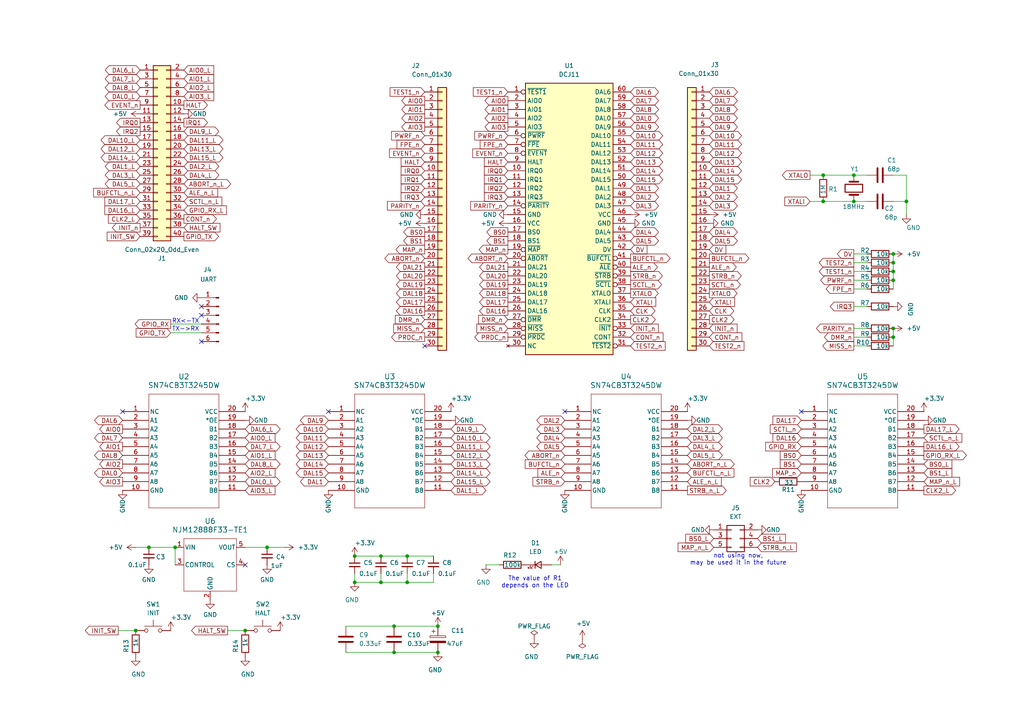
<source format=kicad_sch>
(kicad_sch (version 20231120) (generator "eeschema") (generator_version "8.0")
  (paper "A4")
  (title_block (title "Test Board for DCJ11  using Memory Systems on Tang Console") (date "2025-08-25") (rev "2.0") (company "Ryo Mukai"))
  (lib_symbols
    (symbol "000_MyLibrary:C" (pin_numbers hide) (pin_names (offset 0.254))
      (property "Reference" "C" (at 0.635 2.54 0))
      (property "Value" "C" (at 0.635 -2.54 0))
      (symbol "C_1_1"
        (pin passive line (at 0 3.81 270) (length 2.794) (name "~") (number "1"))
        (pin passive line (at 0 -3.81 90) (length 2.794) (name "~") (number "2"))
      )
    )
    (symbol "000_MyLibrary:C_Polarized" (pin_numbers hide) (pin_names (offset 0.254))
      (property "Reference" "C" (at 0.635 2.54 0))
      (property "Value" "C_Polarized" (at 0.635 -2.54 0))
      (symbol "C_Polarized_1_1"
        (pin passive line (at 0 3.81 270) (length 2.794) (name "~") (number "1"))
        (pin passive line (at 0 -3.81 90) (length 2.794) (name "~") (number "2"))
      )
    )
    (symbol "000_MyLibrary:C_Small" (pin_numbers hide) (pin_names (offset 0.254) hide)
      (property "Reference" "C" (at 0.254 1.778 0))
      (property "Value" "C_Small" (at 0.254 -2.032 0))
      (symbol "C_Small_1_1"
        (pin passive line (at 0 2.54 270) (length 2.032) (name "~") (number "1"))
        (pin passive line (at 0 -2.54 90) (length 2.032) (name "~") (number "2"))
      )
    )
    (symbol "000_MyLibrary:Conn_01x06_Pin" (pin_names (offset 1.016) hide)
      (property "Reference" "J" (at 0 7.62 0))
      (property "Value" "Conn_01x06_Pin" (at 0 -10.16 0))
      (symbol "Conn_01x06_Pin_1_1"
        (pin passive line (at 5.08 5.08 180) (length 3.81) (name "Pin_1") (number "1"))
        (pin passive line (at 5.08 2.54 180) (length 3.81) (name "Pin_2") (number "2"))
        (pin passive line (at 5.08 0 180) (length 3.81) (name "Pin_3") (number "3"))
        (pin passive line (at 5.08 -2.54 180) (length 3.81) (name "Pin_4") (number "4"))
        (pin passive line (at 5.08 -5.08 180) (length 3.81) (name "Pin_5") (number "5"))
        (pin passive line (at 5.08 -7.62 180) (length 3.81) (name "Pin_6") (number "6"))
      )
    )
    (symbol "000_MyLibrary:Conn_01x30" (pin_names (offset 1.016) hide)
      (property "Reference" "J" (at 0 38.1 0))
      (property "Value" "Conn_01x30" (at 0 -40.64 0))
      (symbol "Conn_01x30_1_1"
        (pin passive line (at -5.08 35.56 0) (length 3.81) (name "Pin_1") (number "1"))
        (pin passive line (at -5.08 12.7 0) (length 3.81) (name "Pin_10") (number "10"))
        (pin passive line (at -5.08 10.16 0) (length 3.81) (name "Pin_11") (number "11"))
        (pin passive line (at -5.08 7.62 0) (length 3.81) (name "Pin_12") (number "12"))
        (pin passive line (at -5.08 5.08 0) (length 3.81) (name "Pin_13") (number "13"))
        (pin passive line (at -5.08 2.54 0) (length 3.81) (name "Pin_14") (number "14"))
        (pin passive line (at -5.08 0 0) (length 3.81) (name "Pin_15") (number "15"))
        (pin passive line (at -5.08 -2.54 0) (length 3.81) (name "Pin_16") (number "16"))
        (pin passive line (at -5.08 -5.08 0) (length 3.81) (name "Pin_17") (number "17"))
        (pin passive line (at -5.08 -7.62 0) (length 3.81) (name "Pin_18") (number "18"))
        (pin passive line (at -5.08 -10.16 0) (length 3.81) (name "Pin_19") (number "19"))
        (pin passive line (at -5.08 33.02 0) (length 3.81) (name "Pin_2") (number "2"))
        (pin passive line (at -5.08 -12.7 0) (length 3.81) (name "Pin_20") (number "20"))
        (pin passive line (at -5.08 -15.24 0) (length 3.81) (name "Pin_21") (number "21"))
        (pin passive line (at -5.08 -17.78 0) (length 3.81) (name "Pin_22") (number "22"))
        (pin passive line (at -5.08 -20.32 0) (length 3.81) (name "Pin_23") (number "23"))
        (pin passive line (at -5.08 -22.86 0) (length 3.81) (name "Pin_24") (number "24"))
        (pin passive line (at -5.08 -25.4 0) (length 3.81) (name "Pin_25") (number "25"))
        (pin passive line (at -5.08 -27.94 0) (length 3.81) (name "Pin_26") (number "26"))
        (pin passive line (at -5.08 -30.48 0) (length 3.81) (name "Pin_27") (number "27"))
        (pin passive line (at -5.08 -33.02 0) (length 3.81) (name "Pin_28") (number "28"))
        (pin passive line (at -5.08 -35.56 0) (length 3.81) (name "Pin_29") (number "29"))
        (pin passive line (at -5.08 30.48 0) (length 3.81) (name "Pin_3") (number "3"))
        (pin passive line (at -5.08 -38.1 0) (length 3.81) (name "Pin_30") (number "30"))
        (pin passive line (at -5.08 27.94 0) (length 3.81) (name "Pin_4") (number "4"))
        (pin passive line (at -5.08 25.4 0) (length 3.81) (name "Pin_5") (number "5"))
        (pin passive line (at -5.08 22.86 0) (length 3.81) (name "Pin_6") (number "6"))
        (pin passive line (at -5.08 20.32 0) (length 3.81) (name "Pin_7") (number "7"))
        (pin passive line (at -5.08 17.78 0) (length 3.81) (name "Pin_8") (number "8"))
        (pin passive line (at -5.08 15.24 0) (length 3.81) (name "Pin_9") (number "9"))
      )
    )
    (symbol "000_MyLibrary:Conn_02x03_Odd_Even" (pin_names (offset 1.016) hide)
      (property "Reference" "J" (at 1.27 5.08 0))
      (property "Value" "Conn_02x03_Odd_Even" (at 1.27 -5.08 0))
      (symbol "Conn_02x03_Odd_Even_1_1"
        (pin passive line (at -5.08 2.54 0) (length 3.81) (name "Pin_1") (number "1"))
        (pin passive line (at 7.62 2.54 180) (length 3.81) (name "Pin_2") (number "2"))
        (pin passive line (at -5.08 0 0) (length 3.81) (name "Pin_3") (number "3"))
        (pin passive line (at 7.62 0 180) (length 3.81) (name "Pin_4") (number "4"))
        (pin passive line (at -5.08 -2.54 0) (length 3.81) (name "Pin_5") (number "5"))
        (pin passive line (at 7.62 -2.54 180) (length 3.81) (name "Pin_6") (number "6"))
      )
    )
    (symbol "000_MyLibrary:Conn_02x20_Odd_Even" (pin_names (offset 1.016) hide)
      (property "Reference" "J" (at 1.27 25.4 0))
      (property "Value" "Conn_02x20_Odd_Even" (at 1.27 -27.94 0))
      (symbol "Conn_02x20_Odd_Even_1_1"
        (pin passive line (at -5.08 22.86 0) (length 3.81) (name "Pin_1") (number "1"))
        (pin passive line (at 7.62 12.7 180) (length 3.81) (name "Pin_10") (number "10"))
        (pin passive line (at -5.08 10.16 0) (length 3.81) (name "Pin_11") (number "11"))
        (pin passive line (at 7.62 10.16 180) (length 3.81) (name "Pin_12") (number "12"))
        (pin passive line (at -5.08 7.62 0) (length 3.81) (name "Pin_13") (number "13"))
        (pin passive line (at 7.62 7.62 180) (length 3.81) (name "Pin_14") (number "14"))
        (pin passive line (at -5.08 5.08 0) (length 3.81) (name "Pin_15") (number "15"))
        (pin passive line (at 7.62 5.08 180) (length 3.81) (name "Pin_16") (number "16"))
        (pin passive line (at -5.08 2.54 0) (length 3.81) (name "Pin_17") (number "17"))
        (pin passive line (at 7.62 2.54 180) (length 3.81) (name "Pin_18") (number "18"))
        (pin passive line (at -5.08 0 0) (length 3.81) (name "Pin_19") (number "19"))
        (pin passive line (at 7.62 22.86 180) (length 3.81) (name "Pin_2") (number "2"))
        (pin passive line (at 7.62 0 180) (length 3.81) (name "Pin_20") (number "20"))
        (pin passive line (at -5.08 -2.54 0) (length 3.81) (name "Pin_21") (number "21"))
        (pin passive line (at 7.62 -2.54 180) (length 3.81) (name "Pin_22") (number "22"))
        (pin passive line (at -5.08 -5.08 0) (length 3.81) (name "Pin_23") (number "23"))
        (pin passive line (at 7.62 -5.08 180) (length 3.81) (name "Pin_24") (number "24"))
        (pin passive line (at -5.08 -7.62 0) (length 3.81) (name "Pin_25") (number "25"))
        (pin passive line (at 7.62 -7.62 180) (length 3.81) (name "Pin_26") (number "26"))
        (pin passive line (at -5.08 -10.16 0) (length 3.81) (name "Pin_27") (number "27"))
        (pin passive line (at 7.62 -10.16 180) (length 3.81) (name "Pin_28") (number "28"))
        (pin passive line (at -5.08 -12.7 0) (length 3.81) (name "Pin_29") (number "29"))
        (pin passive line (at -5.08 20.32 0) (length 3.81) (name "Pin_3") (number "3"))
        (pin passive line (at 7.62 -12.7 180) (length 3.81) (name "Pin_30") (number "30"))
        (pin passive line (at -5.08 -15.24 0) (length 3.81) (name "Pin_31") (number "31"))
        (pin passive line (at 7.62 -15.24 180) (length 3.81) (name "Pin_32") (number "32"))
        (pin passive line (at -5.08 -17.78 0) (length 3.81) (name "Pin_33") (number "33"))
        (pin passive line (at 7.62 -17.78 180) (length 3.81) (name "Pin_34") (number "34"))
        (pin passive line (at -5.08 -20.32 0) (length 3.81) (name "Pin_35") (number "35"))
        (pin passive line (at 7.62 -20.32 180) (length 3.81) (name "Pin_36") (number "36"))
        (pin passive line (at -5.08 -22.86 0) (length 3.81) (name "Pin_37") (number "37"))
        (pin passive line (at 7.62 -22.86 180) (length 3.81) (name "Pin_38") (number "38"))
        (pin passive line (at -5.08 -25.4 0) (length 3.81) (name "Pin_39") (number "39"))
        (pin passive line (at 7.62 20.32 180) (length 3.81) (name "Pin_4") (number "4"))
        (pin passive line (at 7.62 -25.4 180) (length 3.81) (name "Pin_40") (number "40"))
        (pin passive line (at -5.08 17.78 0) (length 3.81) (name "Pin_5") (number "5"))
        (pin passive line (at 7.62 17.78 180) (length 3.81) (name "Pin_6") (number "6"))
        (pin passive line (at -5.08 15.24 0) (length 3.81) (name "Pin_7") (number "7"))
        (pin passive line (at 7.62 15.24 180) (length 3.81) (name "Pin_8") (number "8"))
        (pin passive line (at -5.08 12.7 0) (length 3.81) (name "Pin_9") (number "9"))
      )
    )
    (symbol "000_MyLibrary:Crystal" (pin_numbers hide) (pin_names (offset 1.016) hide)
      (property "Reference" "Y" (at 0 3.81 0))
      (property "Value" "Crystal" (at 0 -3.81 0))
      (symbol "Crystal_1_1"
        (pin passive line (at -3.81 0 0) (length 1.27) (name "1") (number "1"))
        (pin passive line (at 3.81 0 180) (length 1.27) (name "2") (number "2"))
      )
    )
    (symbol "000_MyLibrary:DCJ11"
      (property "Reference" "U" (at -3.302 42.672 0))
      (property "Value" "DCJ11" (at -0.762 40.64 0))
      (symbol "DCJ11_1_1"
        (pin input inverted (at -17.78 35.56 0) (length 5.08) (name "~{TEST1}") (number "1"))
        (pin input line (at -17.78 12.7 0) (length 5.08) (name "IRQ0") (number "10"))
        (pin input line (at -17.78 10.16 0) (length 5.08) (name "IRQ1") (number "11"))
        (pin input line (at -17.78 7.62 0) (length 5.08) (name "IRQ2") (number "12"))
        (pin input line (at -17.78 5.08 0) (length 5.08) (name "IRQ3") (number "13"))
        (pin input inverted (at -17.78 2.54 0) (length 5.08) (name "~{PARITY}") (number "14"))
        (pin power_in line (at -17.78 0 0) (length 5.08) (name "GND") (number "15"))
        (pin power_in line (at -17.78 -2.54 0) (length 5.08) (name "VCC") (number "16"))
        (pin output line (at -17.78 -5.08 0) (length 5.08) (name "BS0") (number "17"))
        (pin output line (at -17.78 -7.62 0) (length 5.08) (name "BS1") (number "18"))
        (pin output inverted (at -17.78 -10.16 0) (length 5.08) (name "~{MAP}") (number "19"))
        (pin bidirectional line (at -17.78 33.02 0) (length 5.08) (name "AIO0") (number "2"))
        (pin bidirectional inverted (at -17.78 -12.7 0) (length 5.08) (name "~{ABORT}") (number "20"))
        (pin output line (at -17.78 -15.24 0) (length 5.08) (name "DAL21") (number "21"))
        (pin output line (at -17.78 -17.78 0) (length 5.08) (name "DAL20") (number "22"))
        (pin output line (at -17.78 -20.32 0) (length 5.08) (name "DAL19") (number "23"))
        (pin output line (at -17.78 -22.86 0) (length 5.08) (name "DAL18") (number "24"))
        (pin output line (at -17.78 -25.4 0) (length 5.08) (name "DAL17") (number "25"))
        (pin output line (at -17.78 -27.94 0) (length 5.08) (name "DAL16") (number "26"))
        (pin input inverted (at -17.78 -30.48 0) (length 5.08) (name "~{DMR}") (number "27"))
        (pin input inverted (at -17.78 -33.02 0) (length 5.08) (name "~{MISS}") (number "28"))
        (pin output inverted (at -17.78 -35.56 0) (length 5.08) (name "~{PRDC}") (number "29"))
        (pin bidirectional line (at -17.78 30.48 0) (length 5.08) (name "AIO1") (number "3"))
        (pin no_connect line (at -17.78 -38.1 0) (length 5.08) (name "NC") (number "30"))
        (pin input inverted (at 17.78 -38.1 180) (length 5.08) (name "~{TEST2}") (number "31"))
        (pin input line (at 17.78 -35.56 180) (length 5.08) (name "CONT") (number "32"))
        (pin input inverted (at 17.78 -33.02 180) (length 5.08) (name "~{INIT}") (number "33"))
        (pin output line (at 17.78 -30.48 180) (length 5.08) (name "CLK2") (number "34"))
        (pin output line (at 17.78 -27.94 180) (length 5.08) (name "CLK") (number "35"))
        (pin input line (at 17.78 -25.4 180) (length 5.08) (name "XTALI") (number "36"))
        (pin output line (at 17.78 -22.86 180) (length 5.08) (name "XTALO") (number "37"))
        (pin output inverted (at 17.78 -20.32 180) (length 5.08) (name "~{SCTL}") (number "38"))
        (pin output inverted (at 17.78 -17.78 180) (length 5.08) (name "~{STRB}") (number "39"))
        (pin bidirectional line (at -17.78 27.94 0) (length 5.08) (name "AIO2") (number "4"))
        (pin output inverted (at 17.78 -15.24 180) (length 5.08) (name "~{ALE}") (number "40"))
        (pin output inverted (at 17.78 -12.7 180) (length 5.08) (name "~{BUFCTL}") (number "41"))
        (pin input line (at 17.78 -10.16 180) (length 5.08) (name "DV") (number "42"))
        (pin bidirectional line (at 17.78 -7.62 180) (length 5.08) (name "DAL5") (number "43"))
        (pin bidirectional line (at 17.78 -5.08 180) (length 5.08) (name "DAL4") (number "44"))
        (pin power_in line (at 17.78 -2.54 180) (length 5.08) (name "GND") (number "45"))
        (pin power_in line (at 17.78 0 180) (length 5.08) (name "VCC") (number "46"))
        (pin bidirectional line (at 17.78 2.54 180) (length 5.08) (name "DAL3") (number "47"))
        (pin bidirectional line (at 17.78 5.08 180) (length 5.08) (name "DAL2") (number "48"))
        (pin bidirectional line (at 17.78 7.62 180) (length 5.08) (name "DAL1") (number "49"))
        (pin bidirectional line (at -17.78 25.4 0) (length 5.08) (name "AIO3") (number "5"))
        (pin bidirectional line (at 17.78 10.16 180) (length 5.08) (name "DAL15") (number "50"))
        (pin bidirectional line (at 17.78 12.7 180) (length 5.08) (name "DAL14") (number "51"))
        (pin bidirectional line (at 17.78 15.24 180) (length 5.08) (name "DAL13") (number "52"))
        (pin bidirectional line (at 17.78 17.78 180) (length 5.08) (name "DAL12") (number "53"))
        (pin bidirectional line (at 17.78 20.32 180) (length 5.08) (name "DAL11") (number "54"))
        (pin bidirectional line (at 17.78 22.86 180) (length 5.08) (name "DAL10") (number "55"))
        (pin bidirectional line (at 17.78 25.4 180) (length 5.08) (name "DAL9") (number "56"))
        (pin bidirectional line (at 17.78 27.94 180) (length 5.08) (name "DAL0") (number "57"))
        (pin bidirectional line (at 17.78 30.48 180) (length 5.08) (name "DAL8") (number "58"))
        (pin bidirectional line (at 17.78 33.02 180) (length 5.08) (name "DAL7") (number "59"))
        (pin input inverted (at -17.78 22.86 0) (length 5.08) (name "~{PWRF}") (number "6"))
        (pin bidirectional line (at 17.78 35.56 180) (length 5.08) (name "DAL6") (number "60"))
        (pin input inverted (at -17.78 20.32 0) (length 5.08) (name "~{FPE}") (number "7"))
        (pin input inverted (at -17.78 17.78 0) (length 5.08) (name "~{EVENT}") (number "8"))
        (pin input line (at -17.78 15.24 0) (length 5.08) (name "HALT") (number "9"))
      )
    )
    (symbol "000_MyLibrary:LED" (pin_numbers hide) (pin_names (offset 1.016) hide)
      (property "Reference" "D" (at 0.254 2.54 0))
      (property "Value" "LED" (at 0.254 -2.54 0))
      (symbol "LED_1_1"
        (pin passive line (at -3.81 0 0) (length 2.54) (name "K") (number "1"))
        (pin passive line (at 3.81 0 180) (length 2.54) (name "A") (number "2"))
      )
    )
    (symbol "000_MyLibrary:NJM12888F33-TE1" (pin_names (offset 0.254))
      (property "Reference" "U" (at 0 12.7 0))
      (property "Value" "NJM12888F33-TE1" (at 0 10.16 0))
      (symbol "NJM12888F33-TE1_1_1"
        (pin power_in line (at -10.16 5.08 0) (length 2.54) (name "VIN") (number "1"))
        (pin power_in line (at 0 -10.16 90) (length 2.54) (name "GND") (number "2"))
        (pin input line (at -10.16 0 0) (length 2.54) (name "CONTROL") (number "3"))
        (pin input line (at 10.16 0 180) (length 2.54) (name "CS") (number "4"))
        (pin power_out line (at 10.16 5.08 180) (length 2.54) (name "VOUT") (number "5"))
      )
    )
    (symbol "000_MyLibrary:R" (pin_numbers hide) (pin_names (offset 0))
      (property "Reference" "R" (at 2.032 0 90))
      (property "Value" "R" (at 0 0 90))
      (symbol "R_1_1"
        (pin passive line (at 0 3.81 270) (length 1.27) (name "~") (number "1"))
        (pin passive line (at 0 -3.81 90) (length 1.27) (name "~") (number "2"))
      )
    )
    (symbol "000_MyLibrary:SN74CB3T3245DW" (pin_names (offset 0.254))
      (property "Reference" "U" (at -2.54 10.16 0))
      (property "Value" "SN74CB3T3245DW" (at 7.62 7.62 0))
      (symbol "SN74CB3T3245DW_0_1"
        (pin unspecified line (at 0 0 0) (length 7.62) (name "NC") (number "1"))
        (pin power_in line (at 0 -22.86 0) (length 7.62) (name "GND") (number "10"))
        (pin bidirectional line (at 35.56 -22.86 180) (length 7.62) (name "B8") (number "11"))
        (pin bidirectional line (at 35.56 -20.32 180) (length 7.62) (name "B7") (number "12"))
        (pin bidirectional line (at 35.56 -17.78 180) (length 7.62) (name "B6") (number "13"))
        (pin bidirectional line (at 35.56 -15.24 180) (length 7.62) (name "B5") (number "14"))
        (pin bidirectional line (at 35.56 -12.7 180) (length 7.62) (name "B4") (number "15"))
        (pin bidirectional line (at 35.56 -10.16 180) (length 7.62) (name "B3") (number "16"))
        (pin bidirectional line (at 35.56 -7.62 180) (length 7.62) (name "B2") (number "17"))
        (pin bidirectional line (at 35.56 -5.08 180) (length 7.62) (name "B1") (number "18"))
        (pin input line (at 35.56 -2.54 180) (length 7.62) (name "*OE") (number "19"))
        (pin bidirectional line (at 0 -2.54 0) (length 7.62) (name "A1") (number "2"))
        (pin power_in line (at 35.56 0 180) (length 7.62) (name "VCC") (number "20"))
        (pin bidirectional line (at 0 -5.08 0) (length 7.62) (name "A2") (number "3"))
        (pin bidirectional line (at 0 -7.62 0) (length 7.62) (name "A3") (number "4"))
        (pin bidirectional line (at 0 -10.16 0) (length 7.62) (name "A4") (number "5"))
        (pin bidirectional line (at 0 -12.7 0) (length 7.62) (name "A5") (number "6"))
        (pin bidirectional line (at 0 -15.24 0) (length 7.62) (name "A6") (number "7"))
        (pin bidirectional line (at 0 -17.78 0) (length 7.62) (name "A7") (number "8"))
        (pin bidirectional line (at 0 -20.32 0) (length 7.62) (name "A8") (number "9"))
      )
    )
    (symbol "000_MyLibrary:SW_Push" (pin_numbers hide) (pin_names (offset 1.016) hide)
      (property "Reference" "SW" (at 1.27 2.54 0))
      (property "Value" "SW_Push" (at 0 -1.524 0))
      (symbol "SW_Push_0_1"
        (pin passive line (at -5.08 0 0) (length 2.54) (name "1") (number "1"))
        (pin passive line (at 5.08 0 180) (length 2.54) (name "2") (number "2"))
      )
    )
    (symbol "power:+3.3V" (power) (pin_numbers hide) (pin_names (offset 0) hide)
      (property "Value" "+3.3V" (at 0 3.556 0))
      (symbol "+3.3V_1_1"
        (pin power_in line (at 0 0 90) (length 0) (name "~") (number "1"))
      )
    )
    (symbol "power:+5V" (power) (pin_numbers hide) (pin_names (offset 0) hide)
      (property "Value" "+5V" (at 0 3.556 0))
      (symbol "+5V_1_1"
        (pin power_in line (at 0 0 90) (length 0) (name "~") (number "1"))
      )
    )
    (symbol "power:GND" (power) (pin_numbers hide) (pin_names (offset 0) hide)
      (property "Value" "GND" (at 0 -3.81 0))
      (symbol "GND_1_1"
        (pin power_in line (at 0 0 270) (length 0) (name "~") (number "1"))
      )
    )
    (symbol "power:PWR_FLAG" (power) (pin_numbers hide) (pin_names (offset 0) hide)
      (property "Value" "PWR_FLAG" (at 0 3.81 0))
      (symbol "PWR_FLAG_0_0"
        (pin power_out line (at 0 0 90) (length 0) (name "~") (number "1"))
      )
    )
  )
  (junction (at 118.11 168.91))
  (junction (at 118.11 161.29))
  (junction (at 238.76 58.42))
  (junction (at 110.49 161.29))
  (junction (at 114.3 189.23))
  (junction (at 259.08 81.28))
  (junction (at 259.08 78.74))
  (junction (at 127 181.61))
  (junction (at 247.65 50.8))
  (junction (at 238.76 50.8))
  (junction (at 127 189.23))
  (junction (at 262.89 58.42))
  (junction (at 77.47 158.75))
  (junction (at 102.87 168.91))
  (junction (at 43.18 158.75))
  (junction (at 259.08 76.2))
  (junction (at 247.65 58.42))
  (junction (at 259.08 95.25))
  (junction (at 259.08 73.66))
  (junction (at 39.37 182.88))
  (junction (at 114.3 181.61))
  (junction (at 71.12 182.88))
  (junction (at 110.49 168.91))
  (junction (at 259.08 97.79))
  (junction (at 50.8 158.75))
  (junction (at 102.87 161.29))
  (no_connect (at 123.19 100.33))
  (no_connect (at 58.42 91.44))
  (no_connect (at 163.83 119.38))
  (no_connect (at 232.41 119.38))
  (no_connect (at 35.56 119.38))
  (no_connect (at 71.12 163.83))
  (no_connect (at 58.42 88.9))
  (no_connect (at 95.25 119.38))
  (no_connect (at 58.42 99.06))
  (wire (pts (xy 259.08 76.2) (xy 259.08 78.74)))
  (wire (pts (xy 251.46 58.42) (xy 247.65 58.42)))
  (wire (pts (xy 262.89 50.8) (xy 262.89 58.42)))
  (wire (pts (xy 100.33 189.23) (xy 114.3 189.23)))
  (wire (pts (xy 125.73 166.37) (xy 125.73 168.91)))
  (wire (pts (xy 49.53 96.52) (xy 58.42 96.52)))
  (wire (pts (xy 102.87 161.29) (xy 110.49 161.29)))
  (wire (pts (xy 77.47 158.75) (xy 82.55 158.75)))
  (wire (pts (xy 118.11 161.29) (xy 125.73 161.29)))
  (wire (pts (xy 238.76 58.42) (xy 247.65 58.42)))
  (wire (pts (xy 234.95 58.42) (xy 238.76 58.42)))
  (wire (pts (xy 247.65 97.79) (xy 251.46 97.79)))
  (wire (pts (xy 247.65 78.74) (xy 251.46 78.74)))
  (wire (pts (xy 259.08 97.79) (xy 259.08 100.33)))
  (wire (pts (xy 50.8 158.75) (xy 50.8 163.83)))
  (wire (pts (xy 259.08 50.8) (xy 262.89 50.8)))
  (wire (pts (xy 160.02 163.83) (xy 162.56 163.83)))
  (wire (pts (xy 259.08 81.28) (xy 259.08 83.82)))
  (wire (pts (xy 39.37 158.75) (xy 43.18 158.75)))
  (wire (pts (xy 34.29 182.88) (xy 39.37 182.88)))
  (wire (pts (xy 247.65 100.33) (xy 251.46 100.33)))
  (wire (pts (xy 234.95 50.8) (xy 238.76 50.8)))
  (wire (pts (xy 259.08 95.25) (xy 259.08 97.79)))
  (wire (pts (xy 114.3 189.23) (xy 127 189.23)))
  (wire (pts (xy 102.87 166.37) (xy 102.87 168.91)))
  (wire (pts (xy 66.04 182.88) (xy 71.12 182.88)))
  (wire (pts (xy 43.18 158.75) (xy 50.8 158.75)))
  (wire (pts (xy 140.97 163.83) (xy 144.78 163.83)))
  (wire (pts (xy 247.65 88.9) (xy 251.46 88.9)))
  (wire (pts (xy 100.33 181.61) (xy 114.3 181.61)))
  (wire (pts (xy 71.12 158.75) (xy 77.47 158.75)))
  (wire (pts (xy 110.49 168.91) (xy 118.11 168.91)))
  (wire (pts (xy 251.46 50.8) (xy 247.65 50.8)))
  (wire (pts (xy 259.08 73.66) (xy 259.08 76.2)))
  (wire (pts (xy 118.11 168.91) (xy 125.73 168.91)))
  (wire (pts (xy 262.89 58.42) (xy 262.89 62.23)))
  (wire (pts (xy 247.65 95.25) (xy 251.46 95.25)))
  (wire (pts (xy 247.65 73.66) (xy 251.46 73.66)))
  (wire (pts (xy 247.65 76.2) (xy 251.46 76.2)))
  (wire (pts (xy 259.08 58.42) (xy 262.89 58.42)))
  (wire (pts (xy 118.11 168.91) (xy 118.11 166.37)))
  (wire (pts (xy 114.3 181.61) (xy 127 181.61)))
  (wire (pts (xy 110.49 161.29) (xy 118.11 161.29)))
  (wire (pts (xy 247.65 81.28) (xy 251.46 81.28)))
  (wire (pts (xy 238.76 50.8) (xy 247.65 50.8)))
  (wire (pts (xy 110.49 166.37) (xy 110.49 168.91)))
  (wire (pts (xy 102.87 168.91) (xy 110.49 168.91)))
  (wire (pts (xy 259.08 78.74) (xy 259.08 81.28)))
  (wire (pts (xy 247.65 83.82) (xy 251.46 83.82)))
  (wire (pts (xy 49.53 93.98) (xy 58.42 93.98)))
  (text "TX->RX" (at 53.848 95.504 0) (effects (font (size 1.27 1.27))))
  (text "RX<-TX" (at 53.848 93.218 0) (effects (font (size 1.27 1.27))))
  (text "The value of R1\ndepends on the LED" (at 155.194 168.91 0) (effects (font (size 1.27 1.27))))
  (text "not using now,\nmay be used it in the future" (at 214.122 162.306 0) (effects (font (size 1.27 1.27))))
  (global_label "CONT_n" (shape output) (at 53.34 63.5 0) (property "Intersheetrefs" "${INTERSHEET_REFS}" (effects (hide yes))))
  (global_label "HALT" (shape input) (at 123.19 46.99 180) (property "Intersheetrefs" "${INTERSHEET_REFS}" (effects (hide yes))))
  (global_label "DAL7" (shape tri_state) (at 205.74 29.21 0) (property "Intersheetrefs" "${INTERSHEET_REFS}" (effects (hide yes))))
  (global_label "DAL4" (shape tri_state) (at 205.74 67.31 0) (property "Intersheetrefs" "${INTERSHEET_REFS}" (effects (hide yes))))
  (global_label "HALT_SW" (shape output) (at 66.04 182.88 180) (property "Intersheetrefs" "${INTERSHEET_REFS}" (effects (hide yes))))
  (global_label "AIO1" (shape output) (at 123.19 31.75 180) (property "Intersheetrefs" "${INTERSHEET_REFS}" (effects (hide yes))))
  (global_label "BS0" (shape output) (at 147.32 67.31 180) (property "Intersheetrefs" "${INTERSHEET_REFS}" (effects (hide yes))))
  (global_label "AIO2" (shape output) (at 35.56 134.62 180) (property "Intersheetrefs" "${INTERSHEET_REFS}" (effects (hide yes))))
  (global_label "DAL17" (shape output) (at 147.32 87.63 180) (property "Intersheetrefs" "${INTERSHEET_REFS}" (effects (hide yes))))
  (global_label "DAL9" (shape tri_state) (at 205.74 36.83 0) (property "Intersheetrefs" "${INTERSHEET_REFS}" (effects (hide yes))))
  (global_label "ALE_n" (shape output) (at 205.74 77.47 0) (property "Intersheetrefs" "${INTERSHEET_REFS}" (effects (hide yes))))
  (global_label "DAL17" (shape output) (at 123.19 87.63 180) (property "Intersheetrefs" "${INTERSHEET_REFS}" (effects (hide yes))))
  (global_label "DAL4_L" (shape tri_state) (at 53.34 50.8 0) (property "Intersheetrefs" "${INTERSHEET_REFS}" (effects (hide yes))))
  (global_label "DAL9" (shape tri_state) (at 182.88 36.83 0) (property "Intersheetrefs" "${INTERSHEET_REFS}" (effects (hide yes))))
  (global_label "GPIO_RX" (shape input) (at 232.41 129.54 180) (property "Intersheetrefs" "${INTERSHEET_REFS}" (effects (hide yes))))
  (global_label "DAL0" (shape tri_state) (at 35.56 137.16 180) (property "Intersheetrefs" "${INTERSHEET_REFS}" (effects (hide yes))))
  (global_label "DAL6_L" (shape tri_state) (at 40.64 20.32 180) (property "Intersheetrefs" "${INTERSHEET_REFS}" (effects (hide yes))))
  (global_label "AIO0" (shape output) (at 35.56 124.46 180) (property "Intersheetrefs" "${INTERSHEET_REFS}" (effects (hide yes))))
  (global_label "IRQ3" (shape input) (at 123.19 57.15 180) (property "Intersheetrefs" "${INTERSHEET_REFS}" (effects (hide yes))))
  (global_label "AIO3_L" (shape input) (at 71.12 142.24 0) (property "Intersheetrefs" "${INTERSHEET_REFS}" (effects (hide yes))))
  (global_label "DAL15_L" (shape tri_state) (at 53.34 45.72 0) (property "Intersheetrefs" "${INTERSHEET_REFS}" (effects (hide yes))))
  (global_label "AIO3_L" (shape input) (at 53.34 27.94 0) (property "Intersheetrefs" "${INTERSHEET_REFS}" (effects (hide yes))))
  (global_label "DAL13" (shape tri_state) (at 205.74 46.99 0) (property "Intersheetrefs" "${INTERSHEET_REFS}" (effects (hide yes))))
  (global_label "BS0_L" (shape input) (at 267.97 134.62 0) (property "Intersheetrefs" "${INTERSHEET_REFS}" (effects (hide yes))))
  (global_label "IRQ0" (shape input) (at 123.19 49.53 180) (property "Intersheetrefs" "${INTERSHEET_REFS}" (effects (hide yes))))
  (global_label "MISS_n" (shape input) (at 123.19 95.25 180) (property "Intersheetrefs" "${INTERSHEET_REFS}" (effects (hide yes))))
  (global_label "ABORT_n" (shape bidirectional) (at 123.19 74.93 180) (property "Intersheetrefs" "${INTERSHEET_REFS}" (effects (hide yes))))
  (global_label "AIO2_L" (shape input) (at 53.34 25.4 0) (property "Intersheetrefs" "${INTERSHEET_REFS}" (effects (hide yes))))
  (global_label "SCTL_n_L" (shape input) (at 53.34 58.42 0) (property "Intersheetrefs" "${INTERSHEET_REFS}" (effects (hide yes))))
  (global_label "HALT_SW" (shape input) (at 53.34 66.04 0) (property "Intersheetrefs" "${INTERSHEET_REFS}" (effects (hide yes))))
  (global_label "DAL13_L" (shape tri_state) (at 53.34 43.18 0) (property "Intersheetrefs" "${INTERSHEET_REFS}" (effects (hide yes))))
  (global_label "STRB_n" (shape output) (at 182.88 80.01 0) (property "Intersheetrefs" "${INTERSHEET_REFS}" (effects (hide yes))))
  (global_label "AIO0_L" (shape input) (at 53.34 20.32 0) (property "Intersheetrefs" "${INTERSHEET_REFS}" (effects (hide yes))))
  (global_label "BS1_L" (shape input) (at 267.97 137.16 0) (property "Intersheetrefs" "${INTERSHEET_REFS}" (effects (hide yes))))
  (global_label "DAL2" (shape tri_state) (at 182.88 57.15 0) (property "Intersheetrefs" "${INTERSHEET_REFS}" (effects (hide yes))))
  (global_label "PWRF_n" (shape output) (at 247.65 81.28 180) (property "Intersheetrefs" "${INTERSHEET_REFS}" (effects (hide yes))))
  (global_label "DAL10_L" (shape tri_state) (at 130.81 127 0) (property "Intersheetrefs" "${INTERSHEET_REFS}" (effects (hide yes))))
  (global_label "CONT_n" (shape input) (at 182.88 97.79 0) (property "Intersheetrefs" "${INTERSHEET_REFS}" (effects (hide yes))))
  (global_label "DAL12_L" (shape tri_state) (at 130.81 132.08 0) (property "Intersheetrefs" "${INTERSHEET_REFS}" (effects (hide yes))))
  (global_label "SCTL_n" (shape output) (at 182.88 82.55 0) (property "Intersheetrefs" "${INTERSHEET_REFS}" (effects (hide yes))))
  (global_label "HALT" (shape input) (at 147.32 46.99 180) (property "Intersheetrefs" "${INTERSHEET_REFS}" (effects (hide yes))))
  (global_label "DAL11" (shape tri_state) (at 205.74 41.91 0) (property "Intersheetrefs" "${INTERSHEET_REFS}" (effects (hide yes))))
  (global_label "DAL15_L" (shape tri_state) (at 130.81 139.7 0) (property "Intersheetrefs" "${INTERSHEET_REFS}" (effects (hide yes))))
  (global_label "CLK2" (shape output) (at 205.74 92.71 0) (property "Intersheetrefs" "${INTERSHEET_REFS}" (effects (hide yes))))
  (global_label "BS0" (shape output) (at 123.19 67.31 180) (property "Intersheetrefs" "${INTERSHEET_REFS}" (effects (hide yes))))
  (global_label "DAL5" (shape tri_state) (at 182.88 69.85 0) (property "Intersheetrefs" "${INTERSHEET_REFS}" (effects (hide yes))))
  (global_label "DAL14" (shape tri_state) (at 182.88 49.53 0) (property "Intersheetrefs" "${INTERSHEET_REFS}" (effects (hide yes))))
  (global_label "PWRF_n" (shape input) (at 147.32 39.37 180) (property "Intersheetrefs" "${INTERSHEET_REFS}" (effects (hide yes))))
  (global_label "IRQ3" (shape output) (at 247.65 88.9 180) (property "Intersheetrefs" "${INTERSHEET_REFS}" (effects (hide yes))))
  (global_label "DAL18" (shape output) (at 147.32 85.09 180) (property "Intersheetrefs" "${INTERSHEET_REFS}" (effects (hide yes))))
  (global_label "DAL5_L" (shape tri_state) (at 199.39 132.08 0) (property "Intersheetrefs" "${INTERSHEET_REFS}" (effects (hide yes))))
  (global_label "TEST2_n" (shape output) (at 247.65 76.2 180) (property "Intersheetrefs" "${INTERSHEET_REFS}" (effects (hide yes))))
  (global_label "ABORT_n" (shape bidirectional) (at 163.83 132.08 180) (property "Intersheetrefs" "${INTERSHEET_REFS}" (effects (hide yes))))
  (global_label "BS0_L" (shape input) (at 207.01 156.21 180) (property "Intersheetrefs" "${INTERSHEET_REFS}" (effects (hide yes))))
  (global_label "DAL8_L" (shape tri_state) (at 40.64 25.4 180) (property "Intersheetrefs" "${INTERSHEET_REFS}" (effects (hide yes))))
  (global_label "DAL4" (shape tri_state) (at 182.88 67.31 0) (property "Intersheetrefs" "${INTERSHEET_REFS}" (effects (hide yes))))
  (global_label "DAL21" (shape output) (at 123.19 77.47 180) (property "Intersheetrefs" "${INTERSHEET_REFS}" (effects (hide yes))))
  (global_label "EVENT_n" (shape input) (at 147.32 44.45 180) (property "Intersheetrefs" "${INTERSHEET_REFS}" (effects (hide yes))))
  (global_label "AIO1" (shape output) (at 147.32 31.75 180) (property "Intersheetrefs" "${INTERSHEET_REFS}" (effects (hide yes))))
  (global_label "AIO2_L" (shape input) (at 71.12 137.16 0) (property "Intersheetrefs" "${INTERSHEET_REFS}" (effects (hide yes))))
  (global_label "DAL15" (shape tri_state) (at 182.88 52.07 0) (property "Intersheetrefs" "${INTERSHEET_REFS}" (effects (hide yes))))
  (global_label "DAL17_L" (shape input) (at 40.64 58.42 180) (property "Intersheetrefs" "${INTERSHEET_REFS}" (effects (hide yes))))
  (global_label "DAL5" (shape tri_state) (at 205.74 69.85 0) (property "Intersheetrefs" "${INTERSHEET_REFS}" (effects (hide yes))))
  (global_label "XTALO" (shape output) (at 182.88 85.09 0) (property "Intersheetrefs" "${INTERSHEET_REFS}" (effects (hide yes))))
  (global_label "DAL15" (shape tri_state) (at 95.25 137.16 180) (property "Intersheetrefs" "${INTERSHEET_REFS}" (effects (hide yes))))
  (global_label "DAL16_L" (shape output) (at 267.97 129.54 0) (property "Intersheetrefs" "${INTERSHEET_REFS}" (effects (hide yes))))
  (global_label "SCTL_n_L" (shape input) (at 267.97 127 0) (property "Intersheetrefs" "${INTERSHEET_REFS}" (effects (hide yes))))
  (global_label "CLK2_L" (shape output) (at 267.97 142.24 0) (property "Intersheetrefs" "${INTERSHEET_REFS}" (effects (hide yes))))
  (global_label "IRQ2" (shape output) (at 40.64 38.1 180) (property "Intersheetrefs" "${INTERSHEET_REFS}" (effects (hide yes))))
  (global_label "DAL7_L" (shape tri_state) (at 40.64 22.86 180) (property "Intersheetrefs" "${INTERSHEET_REFS}" (effects (hide yes))))
  (global_label "TEST2_n" (shape input) (at 182.88 100.33 0) (property "Intersheetrefs" "${INTERSHEET_REFS}" (effects (hide yes))))
  (global_label "PARITY_n" (shape output) (at 247.65 95.25 180) (property "Intersheetrefs" "${INTERSHEET_REFS}" (effects (hide yes))))
  (global_label "DAL15" (shape tri_state) (at 205.74 52.07 0) (property "Intersheetrefs" "${INTERSHEET_REFS}" (effects (hide yes))))
  (global_label "DAL7" (shape tri_state) (at 182.88 29.21 0) (property "Intersheetrefs" "${INTERSHEET_REFS}" (effects (hide yes))))
  (global_label "EVENT_n" (shape output) (at 40.64 30.48 180) (property "Intersheetrefs" "${INTERSHEET_REFS}" (effects (hide yes))))
  (global_label "XTALI" (shape input) (at 205.74 87.63 0) (property "Intersheetrefs" "${INTERSHEET_REFS}" (effects (hide yes))))
  (global_label "TEST1_n" (shape input) (at 147.32 26.67 180) (property "Intersheetrefs" "${INTERSHEET_REFS}" (effects (hide yes))))
  (global_label "PARITY_n" (shape input) (at 123.19 59.69 180) (property "Intersheetrefs" "${INTERSHEET_REFS}" (effects (hide yes))))
  (global_label "DAL5_L" (shape tri_state) (at 40.64 53.34 180) (property "Intersheetrefs" "${INTERSHEET_REFS}" (effects (hide yes))))
  (global_label "DAL16" (shape input) (at 232.41 127 180) (property "Intersheetrefs" "${INTERSHEET_REFS}" (effects (hide yes))))
  (global_label "DAL9_L" (shape tri_state) (at 130.81 124.46 0) (property "Intersheetrefs" "${INTERSHEET_REFS}" (effects (hide yes))))
  (global_label "TEST2_n" (shape input) (at 205.74 100.33 0) (property "Intersheetrefs" "${INTERSHEET_REFS}" (effects (hide yes))))
  (global_label "DAL14" (shape tri_state) (at 205.74 49.53 0) (property "Intersheetrefs" "${INTERSHEET_REFS}" (effects (hide yes))))
  (global_label "DAL11_L" (shape tri_state) (at 53.34 40.64 0) (property "Intersheetrefs" "${INTERSHEET_REFS}" (effects (hide yes))))
  (global_label "CONT_n" (shape input) (at 205.74 97.79 0) (property "Intersheetrefs" "${INTERSHEET_REFS}" (effects (hide yes))))
  (global_label "FPE_n" (shape input) (at 147.32 41.91 180) (property "Intersheetrefs" "${INTERSHEET_REFS}" (effects (hide yes))))
  (global_label "BS1" (shape input) (at 232.41 134.62 180) (property "Intersheetrefs" "${INTERSHEET_REFS}" (effects (hide yes))))
  (global_label "DAL10" (shape tri_state) (at 205.74 39.37 0) (property "Intersheetrefs" "${INTERSHEET_REFS}" (effects (hide yes))))
  (global_label "INIT_n" (shape input) (at 182.88 95.25 0) (property "Intersheetrefs" "${INTERSHEET_REFS}" (effects (hide yes))))
  (global_label "IRQ1" (shape output) (at 53.34 35.56 0) (property "Intersheetrefs" "${INTERSHEET_REFS}" (effects (hide yes))))
  (global_label "DAL16" (shape output) (at 147.32 90.17 180) (property "Intersheetrefs" "${INTERSHEET_REFS}" (effects (hide yes))))
  (global_label "DAL8" (shape tri_state) (at 182.88 31.75 0) (property "Intersheetrefs" "${INTERSHEET_REFS}" (effects (hide yes))))
  (global_label "SCTL_n" (shape output) (at 205.74 82.55 0) (property "Intersheetrefs" "${INTERSHEET_REFS}" (effects (hide yes))))
  (global_label "XTALO" (shape output) (at 234.95 50.8 180) (property "Intersheetrefs" "${INTERSHEET_REFS}" (effects (hide yes))))
  (global_label "DAL7_L" (shape tri_state) (at 71.12 129.54 0) (property "Intersheetrefs" "${INTERSHEET_REFS}" (effects (hide yes))))
  (global_label "DAL13" (shape tri_state) (at 182.88 46.99 0) (property "Intersheetrefs" "${INTERSHEET_REFS}" (effects (hide yes))))
  (global_label "STRB_n_L" (shape input) (at 219.71 158.75 0) (property "Intersheetrefs" "${INTERSHEET_REFS}" (effects (hide yes))))
  (global_label "DAL12" (shape tri_state) (at 182.88 44.45 0) (property "Intersheetrefs" "${INTERSHEET_REFS}" (effects (hide yes))))
  (global_label "DAL11_L" (shape tri_state) (at 130.81 129.54 0) (property "Intersheetrefs" "${INTERSHEET_REFS}" (effects (hide yes))))
  (global_label "STRB_n" (shape output) (at 205.74 80.01 0) (property "Intersheetrefs" "${INTERSHEET_REFS}" (effects (hide yes))))
  (global_label "ABORT_n" (shape bidirectional) (at 147.32 74.93 180) (property "Intersheetrefs" "${INTERSHEET_REFS}" (effects (hide yes))))
  (global_label "MAP_n" (shape output) (at 123.19 72.39 180) (property "Intersheetrefs" "${INTERSHEET_REFS}" (effects (hide yes))))
  (global_label "DAL8" (shape tri_state) (at 35.56 132.08 180) (property "Intersheetrefs" "${INTERSHEET_REFS}" (effects (hide yes))))
  (global_label "TEST1_n" (shape output) (at 247.65 78.74 180) (property "Intersheetrefs" "${INTERSHEET_REFS}" (effects (hide yes))))
  (global_label "DAL5" (shape tri_state) (at 163.83 129.54 180) (property "Intersheetrefs" "${INTERSHEET_REFS}" (effects (hide yes))))
  (global_label "DAL1" (shape tri_state) (at 95.25 139.7 180) (property "Intersheetrefs" "${INTERSHEET_REFS}" (effects (hide yes))))
  (global_label "DAL9_L" (shape tri_state) (at 53.34 38.1 0) (property "Intersheetrefs" "${INTERSHEET_REFS}" (effects (hide yes))))
  (global_label "DAL14_L" (shape tri_state) (at 40.64 45.72 180) (property "Intersheetrefs" "${INTERSHEET_REFS}" (effects (hide yes))))
  (global_label "BUFCTL_n_L" (shape input) (at 40.64 55.88 180) (property "Intersheetrefs" "${INTERSHEET_REFS}" (effects (hide yes))))
  (global_label "DAL6" (shape tri_state) (at 35.56 121.92 180) (property "Intersheetrefs" "${INTERSHEET_REFS}" (effects (hide yes))))
  (global_label "DAL3" (shape tri_state) (at 182.88 59.69 0) (property "Intersheetrefs" "${INTERSHEET_REFS}" (effects (hide yes))))
  (global_label "DAL7" (shape tri_state) (at 35.56 127 180) (property "Intersheetrefs" "${INTERSHEET_REFS}" (effects (hide yes))))
  (global_label "DAL10_L" (shape tri_state) (at 40.64 40.64 180) (property "Intersheetrefs" "${INTERSHEET_REFS}" (effects (hide yes))))
  (global_label "DAL0" (shape tri_state) (at 205.74 34.29 0) (property "Intersheetrefs" "${INTERSHEET_REFS}" (effects (hide yes))))
  (global_label "AIO2" (shape output) (at 123.19 34.29 180) (property "Intersheetrefs" "${INTERSHEET_REFS}" (effects (hide yes))))
  (global_label "AIO3" (shape output) (at 35.56 139.7 180) (property "Intersheetrefs" "${INTERSHEET_REFS}" (effects (hide yes))))
  (global_label "AIO2" (shape output) (at 147.32 34.29 180) (property "Intersheetrefs" "${INTERSHEET_REFS}" (effects (hide yes))))
  (global_label "DAL1_L" (shape tri_state) (at 130.81 142.24 0) (property "Intersheetrefs" "${INTERSHEET_REFS}" (effects (hide yes))))
  (global_label "ABORT_n_L" (shape bidirectional) (at 199.39 134.62 0) (property "Intersheetrefs" "${INTERSHEET_REFS}" (effects (hide yes))))
  (global_label "AIO0" (shape output) (at 147.32 29.21 180) (property "Intersheetrefs" "${INTERSHEET_REFS}" (effects (hide yes))))
  (global_label "INIT_n" (shape input) (at 205.74 95.25 0) (property "Intersheetrefs" "${INTERSHEET_REFS}" (effects (hide yes))))
  (global_label "DMR_n" (shape output) (at 247.65 97.79 180) (property "Intersheetrefs" "${INTERSHEET_REFS}" (effects (hide yes))))
  (global_label "DAL11" (shape tri_state) (at 182.88 41.91 0) (property "Intersheetrefs" "${INTERSHEET_REFS}" (effects (hide yes))))
  (global_label "TEST1_n" (shape input) (at 123.19 26.67 180) (property "Intersheetrefs" "${INTERSHEET_REFS}" (effects (hide yes))))
  (global_label "STRB_n" (shape input) (at 163.83 139.7 180) (property "Intersheetrefs" "${INTERSHEET_REFS}" (effects (hide yes))))
  (global_label "DAL8" (shape tri_state) (at 205.74 31.75 0) (property "Intersheetrefs" "${INTERSHEET_REFS}" (effects (hide yes))))
  (global_label "DAL6" (shape tri_state) (at 182.88 26.67 0) (property "Intersheetrefs" "${INTERSHEET_REFS}" (effects (hide yes))))
  (global_label "CLK2" (shape input) (at 224.79 139.7 180) (property "Intersheetrefs" "${INTERSHEET_REFS}" (effects (hide yes))))
  (global_label "MAP_n_L" (shape input) (at 207.01 158.75 180) (property "Intersheetrefs" "${INTERSHEET_REFS}" (effects (hide yes))))
  (global_label "DAL3_L" (shape tri_state) (at 199.39 127 0) (property "Intersheetrefs" "${INTERSHEET_REFS}" (effects (hide yes))))
  (global_label "CLK2_L" (shape input) (at 40.64 63.5 180) (property "Intersheetrefs" "${INTERSHEET_REFS}" (effects (hide yes))))
  (global_label "DMR_n" (shape input) (at 123.19 92.71 180) (property "Intersheetrefs" "${INTERSHEET_REFS}" (effects (hide yes))))
  (global_label "DAL1_L" (shape tri_state) (at 40.64 48.26 180) (property "Intersheetrefs" "${INTERSHEET_REFS}" (effects (hide yes))))
  (global_label "DV" (shape output) (at 247.65 73.66 180) (property "Intersheetrefs" "${INTERSHEET_REFS}" (effects (hide yes))))
  (global_label "DAL1" (shape tri_state) (at 205.74 54.61 0) (property "Intersheetrefs" "${INTERSHEET_REFS}" (effects (hide yes))))
  (global_label "INIT_n" (shape output) (at 40.64 66.04 180) (property "Intersheetrefs" "${INTERSHEET_REFS}" (effects (hide yes))))
  (global_label "BS0" (shape input) (at 232.41 132.08 180) (property "Intersheetrefs" "${INTERSHEET_REFS}" (effects (hide yes))))
  (global_label "ALE_n" (shape input) (at 163.83 137.16 180) (property "Intersheetrefs" "${INTERSHEET_REFS}" (effects (hide yes))))
  (global_label "BS1" (shape output) (at 147.32 69.85 180) (property "Intersheetrefs" "${INTERSHEET_REFS}" (effects (hide yes))))
  (global_label "ALE_n_L" (shape input) (at 199.39 139.7 0) (property "Intersheetrefs" "${INTERSHEET_REFS}" (effects (hide yes))))
  (global_label "INIT_SW" (shape input) (at 40.64 68.58 180) (property "Intersheetrefs" "${INTERSHEET_REFS}" (effects (hide yes))))
  (global_label "IRQ0" (shape input) (at 147.32 49.53 180) (property "Intersheetrefs" "${INTERSHEET_REFS}" (effects (hide yes))))
  (global_label "DAL12_L" (shape tri_state) (at 40.64 43.18 180) (property "Intersheetrefs" "${INTERSHEET_REFS}" (effects (hide yes))))
  (global_label "DAL4_L" (shape tri_state) (at 199.39 129.54 0) (property "Intersheetrefs" "${INTERSHEET_REFS}" (effects (hide yes))))
  (global_label "DAL16" (shape output) (at 123.19 90.17 180) (property "Intersheetrefs" "${INTERSHEET_REFS}" (effects (hide yes))))
  (global_label "GPIO_TX" (shape output) (at 53.34 68.58 0) (property "Intersheetrefs" "${INTERSHEET_REFS}" (effects (hide yes))))
  (global_label "AIO1_L" (shape input) (at 53.34 22.86 0) (property "Intersheetrefs" "${INTERSHEET_REFS}" (effects (hide yes))))
  (global_label "DAL8_L" (shape tri_state) (at 71.12 134.62 0) (property "Intersheetrefs" "${INTERSHEET_REFS}" (effects (hide yes))))
  (global_label "DAL6_L" (shape tri_state) (at 71.12 124.46 0) (property "Intersheetrefs" "${INTERSHEET_REFS}" (effects (hide yes))))
  (global_label "DAL17_L" (shape output) (at 267.97 124.46 0) (property "Intersheetrefs" "${INTERSHEET_REFS}" (effects (hide yes))))
  (global_label "IRQ1" (shape input) (at 147.32 52.07 180) (property "Intersheetrefs" "${INTERSHEET_REFS}" (effects (hide yes))))
  (global_label "DV" (shape input) (at 205.74 72.39 0) (property "Intersheetrefs" "${INTERSHEET_REFS}" (effects (hide yes))))
  (global_label "ALE_n" (shape output) (at 182.88 77.47 0) (property "Intersheetrefs" "${INTERSHEET_REFS}" (effects (hide yes))))
  (global_label "DAL13_L" (shape tri_state) (at 130.81 134.62 0) (property "Intersheetrefs" "${INTERSHEET_REFS}" (effects (hide yes))))
  (global_label "DV" (shape input) (at 182.88 72.39 0) (property "Intersheetrefs" "${INTERSHEET_REFS}" (effects (hide yes))))
  (global_label "DAL13" (shape tri_state) (at 95.25 132.08 180) (property "Intersheetrefs" "${INTERSHEET_REFS}" (effects (hide yes))))
  (global_label "DAL2" (shape tri_state) (at 205.74 57.15 0) (property "Intersheetrefs" "${INTERSHEET_REFS}" (effects (hide yes))))
  (global_label "EVENT_n" (shape input) (at 123.19 44.45 180) (property "Intersheetrefs" "${INTERSHEET_REFS}" (effects (hide yes))))
  (global_label "MISS_n" (shape input) (at 147.32 95.25 180) (property "Intersheetrefs" "${INTERSHEET_REFS}" (effects (hide yes))))
  (global_label "FPE_n" (shape input) (at 123.19 41.91 180) (property "Intersheetrefs" "${INTERSHEET_REFS}" (effects (hide yes))))
  (global_label "DAL19" (shape output) (at 123.19 82.55 180) (property "Intersheetrefs" "${INTERSHEET_REFS}" (effects (hide yes))))
  (global_label "AIO3" (shape output) (at 147.32 36.83 180) (property "Intersheetrefs" "${INTERSHEET_REFS}" (effects (hide yes))))
  (global_label "DAL14" (shape tri_state) (at 95.25 134.62 180) (property "Intersheetrefs" "${INTERSHEET_REFS}" (effects (hide yes))))
  (global_label "MAP_n_L" (shape input) (at 267.97 139.7 0) (property "Intersheetrefs" "${INTERSHEET_REFS}" (effects (hide yes))))
  (global_label "AIO3" (shape output) (at 123.19 36.83 180) (property "Intersheetrefs" "${INTERSHEET_REFS}" (effects (hide yes))))
  (global_label "BUFCTL_n" (shape input) (at 163.83 134.62 180) (property "Intersheetrefs" "${INTERSHEET_REFS}" (effects (hide yes))))
  (global_label "DMR_n" (shape input) (at 147.32 92.71 180) (property "Intersheetrefs" "${INTERSHEET_REFS}" (effects (hide yes))))
  (global_label "BUFCTL_n" (shape output) (at 205.74 74.93 0) (property "Intersheetrefs" "${INTERSHEET_REFS}" (effects (hide yes))))
  (global_label "DAL3" (shape tri_state) (at 163.83 124.46 180) (property "Intersheetrefs" "${INTERSHEET_REFS}" (effects (hide yes))))
  (global_label "HALT" (shape output) (at 53.34 30.48 0) (property "Intersheetrefs" "${INTERSHEET_REFS}" (effects (hide yes))))
  (global_label "ABORT_n_L" (shape bidirectional) (at 53.34 53.34 0) (property "Intersheetrefs" "${INTERSHEET_REFS}" (effects (hide yes))))
  (global_label "DAL6" (shape tri_state) (at 205.74 26.67 0) (property "Intersheetrefs" "${INTERSHEET_REFS}" (effects (hide yes))))
  (global_label "IRQ2" (shape input) (at 147.32 54.61 180) (property "Intersheetrefs" "${INTERSHEET_REFS}" (effects (hide yes))))
  (global_label "DAL2_L" (shape tri_state) (at 53.34 48.26 0) (property "Intersheetrefs" "${INTERSHEET_REFS}" (effects (hide yes))))
  (global_label "PRDC_n" (shape output) (at 123.19 97.79 180) (property "Intersheetrefs" "${INTERSHEET_REFS}" (effects (hide yes))))
  (global_label "IRQ3" (shape input) (at 147.32 57.15 180) (property "Intersheetrefs" "${INTERSHEET_REFS}" (effects (hide yes))))
  (global_label "GPIO_TX" (shape input) (at 49.53 96.52 180) (property "Intersheetrefs" "${INTERSHEET_REFS}" (effects (hide yes))))
  (global_label "DAL17" (shape input) (at 232.41 121.92 180) (property "Intersheetrefs" "${INTERSHEET_REFS}" (effects (hide yes))))
  (global_label "IRQ1" (shape input) (at 123.19 52.07 180) (property "Intersheetrefs" "${INTERSHEET_REFS}" (effects (hide yes))))
  (global_label "FPE_n" (shape output) (at 247.65 83.82 180) (property "Intersheetrefs" "${INTERSHEET_REFS}" (effects (hide yes))))
  (global_label "GPIO_RX_L" (shape output) (at 267.97 132.08 0) (property "Intersheetrefs" "${INTERSHEET_REFS}" (effects (hide yes))))
  (global_label "DAL0" (shape tri_state) (at 182.88 34.29 0) (property "Intersheetrefs" "${INTERSHEET_REFS}" (effects (hide yes))))
  (global_label "STRB_n_L" (shape output) (at 199.39 142.24 0) (property "Intersheetrefs" "${INTERSHEET_REFS}" (effects (hide yes))))
  (global_label "MISS_n" (shape output) (at 247.65 100.33 180) (property "Intersheetrefs" "${INTERSHEET_REFS}" (effects (hide yes))))
  (global_label "BUFCTL_n" (shape output) (at 182.88 74.93 0) (property "Intersheetrefs" "${INTERSHEET_REFS}" (effects (hide yes))))
  (global_label "DAL14_L" (shape tri_state) (at 130.81 137.16 0) (property "Intersheetrefs" "${INTERSHEET_REFS}" (effects (hide yes))))
  (global_label "AIO0" (shape output) (at 123.19 29.21 180) (property "Intersheetrefs" "${INTERSHEET_REFS}" (effects (hide yes))))
  (global_label "SCTL_n" (shape input) (at 232.41 124.46 180) (property "Intersheetrefs" "${INTERSHEET_REFS}" (effects (hide yes))))
  (global_label "XTALI" (shape input) (at 182.88 87.63 0) (property "Intersheetrefs" "${INTERSHEET_REFS}" (effects (hide yes))))
  (global_label "MAP_n" (shape input) (at 232.41 137.16 180) (property "Intersheetrefs" "${INTERSHEET_REFS}" (effects (hide yes))))
  (global_label "DAL3_L" (shape tri_state) (at 40.64 50.8 180) (property "Intersheetrefs" "${INTERSHEET_REFS}" (effects (hide yes))))
  (global_label "DAL4" (shape tri_state) (at 163.83 127 180) (property "Intersheetrefs" "${INTERSHEET_REFS}" (effects (hide yes))))
  (global_label "DAL21" (shape output) (at 147.32 77.47 180) (property "Intersheetrefs" "${INTERSHEET_REFS}" (effects (hide yes))))
  (global_label "DAL0_L" (shape tri_state) (at 40.64 27.94 180) (property "Intersheetrefs" "${INTERSHEET_REFS}" (effects (hide yes))))
  (global_label "XTALO" (shape output) (at 205.74 85.09 0) (property "Intersheetrefs" "${INTERSHEET_REFS}" (effects (hide yes))))
  (global_label "GPIO_RX" (shape output) (at 49.53 93.98 180) (property "Intersheetrefs" "${INTERSHEET_REFS}" (effects (hide yes))))
  (global_label "MAP_n" (shape output) (at 147.32 72.39 180) (property "Intersheetrefs" "${INTERSHEET_REFS}" (effects (hide yes))))
  (global_label "DAL0_L" (shape tri_state) (at 71.12 139.7 0) (property "Intersheetrefs" "${INTERSHEET_REFS}" (effects (hide yes))))
  (global_label "DAL1" (shape tri_state) (at 182.88 54.61 0) (property "Intersheetrefs" "${INTERSHEET_REFS}" (effects (hide yes))))
  (global_label "CLK" (shape bidirectional) (at 182.88 90.17 0) (property "Intersheetrefs" "${INTERSHEET_REFS}" (effects (hide yes))))
  (global_label "DAL3" (shape tri_state) (at 205.74 59.69 0) (property "Intersheetrefs" "${INTERSHEET_REFS}" (effects (hide yes))))
  (global_label "DAL20" (shape output) (at 123.19 80.01 180) (property "Intersheetrefs" "${INTERSHEET_REFS}" (effects (hide yes))))
  (global_label "DAL12" (shape tri_state) (at 205.74 44.45 0) (property "Intersheetrefs" "${INTERSHEET_REFS}" (effects (hide yes))))
  (global_label "INIT_SW" (shape output) (at 34.29 182.88 180) (property "Intersheetrefs" "${INTERSHEET_REFS}" (effects (hide yes))))
  (global_label "DAL2_L" (shape tri_state) (at 199.39 124.46 0) (property "Intersheetrefs" "${INTERSHEET_REFS}" (effects (hide yes))))
  (global_label "CLK" (shape bidirectional) (at 205.74 90.17 0) (property "Intersheetrefs" "${INTERSHEET_REFS}" (effects (hide yes))))
  (global_label "BUFCTL_n_L" (shape input) (at 199.39 137.16 0) (property "Intersheetrefs" "${INTERSHEET_REFS}" (effects (hide yes))))
  (global_label "PWRF_n" (shape input) (at 123.19 39.37 180) (property "Intersheetrefs" "${INTERSHEET_REFS}" (effects (hide yes))))
  (global_label "DAL11" (shape tri_state) (at 95.25 127 180) (property "Intersheetrefs" "${INTERSHEET_REFS}" (effects (hide yes))))
  (global_label "IRQ0" (shape output) (at 40.64 35.56 180) (property "Intersheetrefs" "${INTERSHEET_REFS}" (effects (hide yes))))
  (global_label "AIO1_L" (shape input) (at 71.12 132.08 0) (property "Intersheetrefs" "${INTERSHEET_REFS}" (effects (hide yes))))
  (global_label "XTALI" (shape input) (at 234.95 58.42 180) (property "Intersheetrefs" "${INTERSHEET_REFS}" (effects (hide yes))))
  (global_label "PARITY_n" (shape input) (at 147.32 59.69 180) (property "Intersheetrefs" "${INTERSHEET_REFS}" (effects (hide yes))))
  (global_label "DAL16_L" (shape input) (at 40.64 60.96 180) (property "Intersheetrefs" "${INTERSHEET_REFS}" (effects (hide yes))))
  (global_label "DAL9" (shape tri_state) (at 95.25 121.92 180) (property "Intersheetrefs" "${INTERSHEET_REFS}" (effects (hide yes))))
  (global_label "AIO0_L" (shape input) (at 71.12 127 0) (property "Intersheetrefs" "${INTERSHEET_REFS}" (effects (hide yes))))
  (global_label "GPIO_RX_L" (shape input) (at 53.34 60.96 0) (property "Intersheetrefs" "${INTERSHEET_REFS}" (effects (hide yes))))
  (global_label "ALE_n_L" (shape input) (at 53.34 55.88 0) (property "Intersheetrefs" "${INTERSHEET_REFS}" (effects (hide yes))))
  (global_label "AIO1" (shape output) (at 35.56 129.54 180) (property "Intersheetrefs" "${INTERSHEET_REFS}" (effects (hide yes))))
  (global_label "DAL10" (shape tri_state) (at 182.88 39.37 0) (property "Intersheetrefs" "${INTERSHEET_REFS}" (effects (hide yes))))
  (global_label "DAL2" (shape tri_state) (at 163.83 121.92 180) (property "Intersheetrefs" "${INTERSHEET_REFS}" (effects (hide yes))))
  (global_label "DAL10" (shape tri_state) (at 95.25 124.46 180) (property "Intersheetrefs" "${INTERSHEET_REFS}" (effects (hide yes))))
  (global_label "DAL12" (shape tri_state) (at 95.25 129.54 180) (property "Intersheetrefs" "${INTERSHEET_REFS}" (effects (hide yes))))
  (global_label "DAL20" (shape output) (at 147.32 80.01 180) (property "Intersheetrefs" "${INTERSHEET_REFS}" (effects (hide yes))))
  (global_label "CLK2" (shape output) (at 182.88 92.71 0) (property "Intersheetrefs" "${INTERSHEET_REFS}" (effects (hide yes))))
  (global_label "DAL19" (shape output) (at 147.32 82.55 180) (property "Intersheetrefs" "${INTERSHEET_REFS}" (effects (hide yes))))
  (global_label "BS1" (shape output) (at 123.19 69.85 180) (property "Intersheetrefs" "${INTERSHEET_REFS}" (effects (hide yes))))
  (global_label "PRDC_n" (shape output) (at 147.32 97.79 180) (property "Intersheetrefs" "${INTERSHEET_REFS}" (effects (hide yes))))
  (global_label "BS1_L" (shape input) (at 219.71 156.21 0) (property "Intersheetrefs" "${INTERSHEET_REFS}" (effects (hide yes))))
  (global_label "DAL18" (shape output) (at 123.19 85.09 180) (property "Intersheetrefs" "${INTERSHEET_REFS}" (effects (hide yes))))
  (global_label "IRQ2" (shape input) (at 123.19 54.61 180) (property "Intersheetrefs" "${INTERSHEET_REFS}" (effects (hide yes))))
  (symbol (lib_id "power:GND") (at 71.12 121.92 90) (mirror x) (unit 1)
    (property "Reference" "#PWR020" (effects (hide yes)))
    (property "Value" "GND" (at 73.66 121.92 90) (effects (justify right)))
    (property "Description" "Power symbol creates a global label with name \"GND\" , ground" (effects (hide yes)))
  )
  (symbol (lib_id "power:GND") (at 199.39 121.92 90) (mirror x) (unit 1)
    (property "Reference" "#PWR022" (effects (hide yes)))
    (property "Value" "GND" (at 201.93 121.92 90) (effects (justify right)))
    (property "Description" "Power symbol creates a global label with name \"GND\" , ground" (effects (hide yes)))
  )
  (symbol (lib_id "power:+5V") (at 205.74 62.23 270) (unit 1)
    (property "Reference" "#PWR06" (effects (hide yes)))
    (property "Value" "+5V" (at 209.55 62.23 90) (effects (justify left)))
    (property "Description" "Power symbol creates a global label with name \"+5V\"" (effects (hide yes)))
  )
  (symbol (lib_id "power:GND") (at 130.81 121.92 90) (mirror x) (unit 1)
    (property "Reference" "#PWR021" (effects (hide yes)))
    (property "Value" "GND" (at 133.35 121.92 90) (effects (justify right)))
    (property "Description" "Power symbol creates a global label with name \"GND\" , ground" (effects (hide yes)))
  )
  (symbol (lib_id "power:+3.3V") (at 130.81 119.38 0) (unit 1)
    (property "Reference" "#PWR017" (effects (hide yes)))
    (property "Value" "+3.3V" (at 130.81 115.57 0) (effects (justify left)))
    (property "Description" "Power symbol creates a global label with name \"+3.3V\"" (effects (hide yes)))
  )
  (symbol (lib_id "power:+3.3V") (at 199.39 119.38 0) (unit 1)
    (property "Reference" "#PWR018" (effects (hide yes)))
    (property "Value" "+3.3V" (at 199.39 115.57 0) (effects (justify left)))
    (property "Description" "Power symbol creates a global label with name \"+3.3V\"" (effects (hide yes)))
  )
  (symbol (lib_id "000_MyLibrary:Conn_01x06_Pin") (at 63.5 91.44 0) (mirror y) (unit 1)
    (property "Reference" "J4" (at 60.198 78.232 0))
    (property "Value" "UART" (at 60.452 81.026 0))
    (property "Footprint" "000_MyFootprint:PinHeader_1x06_P2.54mm_Horizontal" (effects (hide yes)))
    (property "Description" "Generic connector, single row, 01x06, script generated" (effects (hide yes)))
  )
  (symbol (lib_id "power:+5V") (at 182.88 62.23 270) (unit 1)
    (property "Reference" "#PWR05" (effects (hide yes)))
    (property "Value" "+5V" (at 186.69 62.23 90) (effects (justify left)))
    (property "Description" "Power symbol creates a global label with name \"+5V\"" (effects (hide yes)))
  )
  (symbol (lib_id "power:+5V") (at 40.64 33.02 90) (mirror x) (unit 1)
    (property "Reference" "#PWR01" (effects (hide yes)))
    (property "Value" "+5V" (at 36.83 33.02 90) (effects (justify left)))
    (property "Description" "Power symbol creates a global label with name \"+5V\"" (effects (hide yes)))
  )
  (symbol (lib_id "000_MyLibrary:C_Small") (at 77.47 161.29 0) (unit 1)
    (property "Reference" "C4" (at 80.01 161.544 0) (effects (justify left)))
    (property "Value" "1uF" (at 78.486 164.084 0) (effects (justify left)))
    (property "Footprint" "000_MyFootprint:C_Disc_D4.7mm_W2.5mm_P5.00mm" (effects (hide yes)))
    (property "Description" "Unpolarized capacitor, small symbol" (effects (hide yes)))
  )
  (symbol (lib_id "000_MyLibrary:NJM12888F33-TE1") (at 60.96 163.83 0) (unit 1)
    (property "Reference" "U6" (at 60.96 151.13 0) (effects (font (size 1.524 1.524))))
    (property "Value" "NJM12888F33-TE1" (at 60.96 153.67 0) (effects (font (size 1.524 1.524))))
    (property "Footprint" "000_MyFootprint:SOT-23-5_HandSoldering" (effects (hide yes)))
    (property "Datasheet" "NJM12888F33-TE1" (effects (hide yes)))
  )
  (symbol (lib_id "000_MyLibrary:R") (at 39.37 186.69 180) (unit 1)
    (property "Reference" "R13" (at 36.576 185.42 90) (effects (justify left)))
    (property "Value" "1k" (at 39.37 185.166 90) (effects (justify left)))
    (property "Footprint" "000_MyFootprint:R_Axial_DIN0207_L6.3mm_D2.5mm_P7.62mm_Horizontal" (effects (hide yes)))
    (property "Description" "Resistor" (effects (hide yes)))
  )
  (symbol (lib_id "000_MyLibrary:SW_Push") (at 76.2 182.88 0) (unit 1)
    (property "Reference" "SW2" (at 76.2 175.26 0))
    (property "Value" "HALT" (at 76.2 177.8 0))
    (property "Footprint" "000_MyFootprint:SW_PUSH_6mm_H4.3mm" (effects (hide yes)))
    (property "Description" "Push button switch, generic, two pins" (effects (hide yes)))
  )
  (symbol (lib_id "power:+5V") (at 168.91 185.42 0) (mirror y) (unit 1)
    (property "Reference" "#PWR043" (effects (hide yes)))
    (property "Value" "+5V" (at 171.196 180.848 0) (effects (justify left)))
    (property "Description" "Power symbol creates a global label with name \"+5V\"" (effects (hide yes)))
  )
  (symbol (lib_id "power:+3.3V") (at 102.87 161.29 0) (unit 1)
    (property "Reference" "#PWR032" (effects (hide yes)))
    (property "Value" "+3.3V" (at 102.87 157.48 0) (effects (justify left)))
    (property "Description" "Power symbol creates a global label with name \"+3.3V\"" (effects (hide yes)))
  )
  (symbol (lib_id "000_MyLibrary:R") (at 255.27 76.2 90) (unit 1)
    (property "Reference" "R3" (at 252.222 75.184 90) (effects (justify left)))
    (property "Value" "10k" (at 257.81 76.2 90) (effects (justify left)))
    (property "Footprint" "000_MyFootprint:R_Axial_DIN0207_L6.3mm_D2.5mm_P7.62mm_Horizontal" (effects (hide yes)))
    (property "Description" "Resistor" (effects (hide yes)))
  )
  (symbol (lib_id "000_MyLibrary:R") (at 255.27 81.28 90) (unit 1)
    (property "Reference" "R5" (at 252.222 80.264 90) (effects (justify left)))
    (property "Value" "10k" (at 257.81 81.28 90) (effects (justify left)))
    (property "Footprint" "000_MyFootprint:R_Axial_DIN0207_L6.3mm_D2.5mm_P7.62mm_Horizontal" (effects (hide yes)))
    (property "Description" "Resistor" (effects (hide yes)))
  )
  (symbol (lib_id "000_MyLibrary:R") (at 255.27 88.9 90) (unit 1)
    (property "Reference" "R7" (at 252.222 87.884 90) (effects (justify left)))
    (property "Value" "10k" (at 257.81 88.9 90) (effects (justify left)))
    (property "Footprint" "000_MyFootprint:R_Axial_DIN0207_L6.3mm_D2.5mm_P7.62mm_Horizontal" (effects (hide yes)))
    (property "Description" "Resistor" (effects (hide yes)))
  )
  (symbol (lib_id "power:GND") (at 127 189.23 0) (unit 1)
    (property "Reference" "#PWR044" (effects (hide yes)))
    (property "Value" "GND" (at 128.27 194.31 0) (effects (justify right)))
    (property "Description" "Power symbol creates a global label with name \"GND\" , ground" (effects (hide yes)))
  )
  (symbol (lib_id "000_MyLibrary:SN74CB3T3245DW") (at 232.41 119.38 0) (unit 1)
    (property "Reference" "U5" (at 250.19 109.22 0) (effects (font (size 1.524 1.524))))
    (property "Value" "SN74CB3T3245DW" (at 250.19 111.76 0) (effects (font (size 1.524 1.524))))
    (property "Footprint" "000_MyFootprint:DW20" (effects (hide yes)))
    (property "Datasheet" "SN74CB3T3245DW" (effects (hide yes)))
  )
  (symbol (lib_id "000_MyLibrary:R") (at 255.27 78.74 90) (unit 1)
    (property "Reference" "R4" (at 252.222 77.724 90) (effects (justify left)))
    (property "Value" "10k" (at 257.81 78.74 90) (effects (justify left)))
    (property "Footprint" "000_MyFootprint:R_Axial_DIN0207_L6.3mm_D2.5mm_P7.62mm_Horizontal" (effects (hide yes)))
    (property "Description" "Resistor" (effects (hide yes)))
  )
  (symbol (lib_id "power:+3.3V") (at 49.53 182.88 0) (unit 1)
    (property "Reference" "#PWR040" (effects (hide yes)))
    (property "Value" "+3.3V" (at 49.53 179.07 0) (effects (justify left)))
    (property "Description" "Power symbol creates a global label with name \"+3.3V\"" (effects (hide yes)))
  )
  (symbol (lib_id "power:GND") (at 262.89 62.23 0) (mirror y) (unit 1)
    (property "Reference" "#PWR07" (effects (hide yes)))
    (property "Value" "GND" (at 262.89 66.04 0) (effects (justify right)))
    (property "Description" "Power symbol creates a global label with name \"GND\" , ground" (effects (hide yes)))
  )
  (symbol (lib_id "000_MyLibrary:R") (at 148.59 163.83 90) (unit 1)
    (property "Reference" "R12" (at 149.86 161.036 90) (effects (justify left)))
    (property "Value" "100k" (at 151.13 163.83 90) (effects (justify left)))
    (property "Footprint" "000_MyFootprint:R_Axial_DIN0207_L6.3mm_D2.5mm_P7.62mm_Horizontal" (effects (hide yes)))
    (property "Description" "Resistor" (effects (hide yes)))
  )
  (symbol (lib_id "power:PWR_FLAG") (at 168.91 185.42 180) (unit 1)
    (property "Reference" "#FLG02" (effects (hide yes)))
    (property "Value" "PWR_FLAG" (at 168.91 190.5 0))
    (property "Description" "Special symbol for telling ERC where power comes from" (effects (hide yes)))
  )
  (symbol (lib_id "000_MyLibrary:C") (at 114.3 185.42 0) (unit 1)
    (property "Reference" "C10" (at 118.11 184.1499 0) (effects (justify left)))
    (property "Value" "0.33uF" (at 118.11 186.6899 0) (effects (justify left)))
    (property "Footprint" "000_MyFootprint:C_Disc_D5.0mm_W2.5mm_P2.50mm" (effects (hide yes)))
    (property "Description" "Unpolarized capacitor" (effects (hide yes)))
  )
  (symbol (lib_id "000_MyLibrary:Conn_01x30") (at 200.66 62.23 0) (mirror y) (unit 1)
    (property "Reference" "J3" (at 208.534 18.796 0) (effects (justify left)))
    (property "Value" "Conn_01x30" (at 208.534 21.336 0) (effects (justify left)))
    (property "Footprint" "000_MyFootprint:PinSocket_1x30_P2.54mm_Vertical" (effects (hide yes)))
    (property "Description" "Generic connector, single row, 01x30, script generated (kicad-library-utils/schlib/autogen/connector/)" (effects (hide yes)))
  )
  (symbol (lib_id "000_MyLibrary:C") (at 100.33 185.42 0) (unit 1)
    (property "Reference" "C9" (at 104.14 184.1499 0) (effects (justify left)))
    (property "Value" "0.33uF" (at 104.14 186.6899 0) (effects (justify left)))
    (property "Footprint" "000_MyFootprint:C_Disc_D5.0mm_W2.5mm_P2.50mm" (effects (hide yes)))
    (property "Description" "Unpolarized capacitor" (effects (hide yes)))
  )
  (symbol (lib_id "power:+5V") (at 123.19 64.77 90) (mirror x) (unit 1)
    (property "Reference" "#PWR08" (effects (hide yes)))
    (property "Value" "+5V" (at 119.38 64.77 90) (effects (justify left)))
    (property "Description" "Power symbol creates a global label with name \"+5V\"" (effects (hide yes)))
  )
  (symbol (lib_id "power:+3.3V") (at 82.55 158.75 270) (mirror x) (unit 1)
    (property "Reference" "#PWR031" (effects (hide yes)))
    (property "Value" "+3.3V" (at 86.36 158.75 90) (effects (justify left)))
    (property "Description" "Power symbol creates a global label with name \"+3.3V\"" (effects (hide yes)))
  )
  (symbol (lib_id "power:+3.3V") (at 71.12 119.38 0) (unit 1)
    (property "Reference" "#PWR016" (effects (hide yes)))
    (property "Value" "+3.3V" (at 71.12 115.57 0) (effects (justify left)))
    (property "Description" "Power symbol creates a global label with name \"+3.3V\"" (effects (hide yes)))
  )
  (symbol (lib_id "power:GND") (at 163.83 142.24 0) (mirror y) (unit 1)
    (property "Reference" "#PWR026" (effects (hide yes)))
    (property "Value" "GND" (at 163.83 144.78 90) (effects (justify right)))
    (property "Description" "Power symbol creates a global label with name \"GND\" , ground" (effects (hide yes)))
  )
  (symbol (lib_id "power:GND") (at 43.18 163.83 0) (unit 1)
    (property "Reference" "#PWR033" (effects (hide yes)))
    (property "Value" "GND" (at 45.212 168.148 0) (effects (justify right)))
    (property "Description" "Power symbol creates a global label with name \"GND\" , ground" (effects (hide yes)))
  )
  (symbol (lib_id "power:GND") (at 219.71 153.67 90) (mirror x) (unit 1)
    (property "Reference" "#PWR029" (effects (hide yes)))
    (property "Value" "GND" (at 222.25 153.67 90) (effects (justify right)))
    (property "Description" "Power symbol creates a global label with name \"GND\" , ground" (effects (hide yes)))
  )
  (symbol (lib_id "000_MyLibrary:LED") (at 156.21 163.83 0) (unit 1)
    (property "Reference" "D1" (at 155.321 157.48 0))
    (property "Value" "LED" (at 155.321 160.02 0))
    (property "Footprint" "000_MyFootprint:LED_D3.0mm" (effects (hide yes)))
    (property "Description" "Light emitting diode" (effects (hide yes)))
  )
  (symbol (lib_id "000_MyLibrary:C_Small") (at 102.87 163.83 0) (unit 1)
    (property "Reference" "C5" (at 105.41 163.2013 0) (effects (justify left)))
    (property "Value" "0.1uF" (at 104.14 166.37 0) (effects (justify left)))
    (property "Footprint" "000_MyFootprint:C_Disc_D5.0mm_W2.5mm_P2.50mm" (effects (hide yes)))
    (property "Description" "Unpolarized capacitor, small symbol" (effects (hide yes)))
  )
  (symbol (lib_id "power:GND") (at 71.12 190.5 0) (mirror y) (unit 1)
    (property "Reference" "#PWR046" (effects (hide yes)))
    (property "Value" "GND" (at 69.85 195.58 0) (effects (justify right)))
    (property "Description" "Power symbol creates a global label with name \"GND\" , ground" (effects (hide yes)))
  )
  (symbol (lib_id "000_MyLibrary:DCJ11") (at 165.1 62.23 0) (unit 1)
    (property "Reference" "U1" (at 165.1 19.05 0))
    (property "Value" "DCJ11" (at 165.1 21.59 0))
    (property "Footprint" "000_MyFootprint:DIP-60_W33.02mm_LongPads" (effects (hide yes)))
  )
  (symbol (lib_id "000_MyLibrary:C_Small") (at 110.49 163.83 0) (unit 1)
    (property "Reference" "C6" (at 113.03 163.2013 0) (effects (justify left)))
    (property "Value" "0.1uF" (at 111.76 166.37 0) (effects (justify left)))
    (property "Footprint" "000_MyFootprint:C_Disc_D5.0mm_W2.5mm_P2.50mm" (effects (hide yes)))
    (property "Description" "Unpolarized capacitor, small symbol" (effects (hide yes)))
  )
  (symbol (lib_id "power:GND") (at 53.34 33.02 90) (unit 1)
    (property "Reference" "#PWR02" (effects (hide yes)))
    (property "Value" "GND" (at 55.88 33.02 90) (effects (justify right)))
    (property "Description" "Power symbol creates a global label with name \"GND\" , ground" (effects (hide yes)))
  )
  (symbol (lib_id "000_MyLibrary:SN74CB3T3245DW") (at 35.56 119.38 0) (unit 1)
    (property "Reference" "U2" (at 53.34 109.22 0) (effects (font (size 1.524 1.524))))
    (property "Value" "SN74CB3T3245DW" (at 53.34 111.76 0) (effects (font (size 1.524 1.524))))
    (property "Footprint" "000_MyFootprint:DW20" (effects (hide yes)))
    (property "Datasheet" "SN74CB3T3245DW" (effects (hide yes)))
  )
  (symbol (lib_id "000_MyLibrary:C") (at 255.27 50.8 270) (unit 1)
    (property "Reference" "C1" (at 257.302 46.482 90) (effects (justify left)))
    (property "Value" "68p" (at 257.302 49.022 90) (effects (justify left)))
    (property "Footprint" "000_MyFootprint:C_Disc_D5.0mm_W2.5mm_P2.50mm" (effects (hide yes)))
    (property "Description" "Unpolarized capacitor" (effects (hide yes)))
  )
  (symbol (lib_id "000_MyLibrary:SW_Push") (at 44.45 182.88 0) (unit 1)
    (property "Reference" "SW1" (at 44.45 175.26 0))
    (property "Value" "INIT" (at 44.45 177.8 0))
    (property "Footprint" "000_MyFootprint:SW_PUSH_6mm_H4.3mm" (effects (hide yes)))
    (property "Description" "Push button switch, generic, two pins" (effects (hide yes)))
  )
  (symbol (lib_id "000_MyLibrary:R") (at 255.27 83.82 90) (unit 1)
    (property "Reference" "R6" (at 252.222 82.804 90) (effects (justify left)))
    (property "Value" "10k" (at 257.81 83.82 90) (effects (justify left)))
    (property "Footprint" "000_MyFootprint:R_Axial_DIN0207_L6.3mm_D2.5mm_P7.62mm_Horizontal" (effects (hide yes)))
    (property "Description" "Resistor" (effects (hide yes)))
  )
  (symbol (lib_id "000_MyLibrary:C_Small") (at 118.11 163.83 0) (unit 1)
    (property "Reference" "C7" (at 120.65 163.2013 0) (effects (justify left)))
    (property "Value" "0.1uF" (at 119.38 166.37 0) (effects (justify left)))
    (property "Footprint" "000_MyFootprint:C_Disc_D5.0mm_W2.5mm_P2.50mm" (effects (hide yes)))
    (property "Description" "Unpolarized capacitor, small symbol" (effects (hide yes)))
  )
  (symbol (lib_id "power:+5V") (at 162.56 163.83 0) (mirror y) (unit 1)
    (property "Reference" "#PWR036" (effects (hide yes)))
    (property "Value" "+5V" (at 164.592 160.02 0) (effects (justify left)))
    (property "Description" "Power symbol creates a global label with name \"+5V\"" (effects (hide yes)))
  )
  (symbol (lib_id "power:GND") (at 205.74 64.77 90) (unit 1)
    (property "Reference" "#PWR011" (effects (hide yes)))
    (property "Value" "GND" (at 208.915 64.77 90) (effects (justify right)))
    (property "Description" "Power symbol creates a global label with name \"GND\" , ground" (effects (hide yes)))
  )
  (symbol (lib_id "power:+5V") (at 39.37 158.75 90) (mirror x) (unit 1)
    (property "Reference" "#PWR030" (effects (hide yes)))
    (property "Value" "+5V" (at 35.56 158.75 90) (effects (justify left)))
    (property "Description" "Power symbol creates a global label with name \"+5V\"" (effects (hide yes)))
  )
  (symbol (lib_id "000_MyLibrary:Conn_02x20_Odd_Even") (at 45.72 43.18 0) (unit 1)
    (property "Reference" "J1" (at 46.99 74.93 0))
    (property "Value" "Conn_02x20_Odd_Even" (at 46.99 72.39 0))
    (property "Footprint" "000_MyFootprint:PinSocket_2x20_P2.54mm_Vertical" (effects (hide yes)))
    (property "Description" "Generic connector, double row, 02x20, odd/even pin numbering scheme (row 1 odd numbers, row 2 even numbers), script generated (kicad-library-utils/schlib/autogen/connector/)" (effects (hide yes)))
  )
  (symbol (lib_id "000_MyLibrary:Conn_01x30") (at 128.27 62.23 0) (unit 1)
    (property "Reference" "J2" (at 119.38 19.05 0) (effects (justify left)))
    (property "Value" "Conn_01x30" (at 119.38 21.59 0) (effects (justify left)))
    (property "Footprint" "000_MyFootprint:PinSocket_1x30_P2.54mm_Vertical" (effects (hide yes)))
    (property "Description" "Generic connector, single row, 01x30, script generated (kicad-library-utils/schlib/autogen/connector/)" (effects (hide yes)))
  )
  (symbol (lib_id "000_MyLibrary:R") (at 255.27 100.33 90) (unit 1)
    (property "Reference" "R10" (at 252.222 99.314 90) (effects (justify left)))
    (property "Value" "10k" (at 257.81 100.33 90) (effects (justify left)))
    (property "Footprint" "000_MyFootprint:R_Axial_DIN0207_L6.3mm_D2.5mm_P7.62mm_Horizontal" (effects (hide yes)))
    (property "Description" "Resistor" (effects (hide yes)))
  )
  (symbol (lib_id "power:GND") (at 77.47 163.83 0) (unit 1)
    (property "Reference" "#PWR034" (effects (hide yes)))
    (property "Value" "GND" (at 79.502 168.148 0) (effects (justify right)))
    (property "Description" "Power symbol creates a global label with name \"GND\" , ground" (effects (hide yes)))
  )
  (symbol (lib_id "power:+5V") (at 147.32 64.77 90) (mirror x) (unit 1)
    (property "Reference" "#PWR09" (effects (hide yes)))
    (property "Value" "+5V" (at 143.51 64.77 90) (effects (justify left)))
    (property "Description" "Power symbol creates a global label with name \"+5V\"" (effects (hide yes)))
  )
  (symbol (lib_id "power:GND") (at 147.32 62.23 270) (mirror x) (unit 1)
    (property "Reference" "#PWR04" (effects (hide yes)))
    (property "Value" "GND" (at 144.145 62.23 90) (effects (justify right)))
    (property "Description" "Power symbol creates a global label with name \"GND\" , ground" (effects (hide yes)))
  )
  (symbol (lib_id "000_MyLibrary:R") (at 255.27 73.66 90) (unit 1)
    (property "Reference" "R2" (at 252.222 72.644 90) (effects (justify left)))
    (property "Value" "10k" (at 257.81 73.66 90) (effects (justify left)))
    (property "Footprint" "000_MyFootprint:R_Axial_DIN0207_L6.3mm_D2.5mm_P7.62mm_Horizontal" (effects (hide yes)))
    (property "Description" "Resistor" (effects (hide yes)))
  )
  (symbol (lib_id "power:+5V") (at 259.08 73.66 270) (unit 1)
    (property "Reference" "#PWR012" (effects (hide yes)))
    (property "Value" "+5V" (at 262.89 73.66 90) (effects (justify left)))
    (property "Description" "Power symbol creates a global label with name \"+5V\"" (effects (hide yes)))
  )
  (symbol (lib_id "power:GND") (at 102.87 168.91 0) (unit 1)
    (property "Reference" "#PWR037" (effects (hide yes)))
    (property "Value" "GND" (at 104.14 173.99 0) (effects (justify right)))
    (property "Description" "Power symbol creates a global label with name \"GND\" , ground" (effects (hide yes)))
  )
  (symbol (lib_id "power:+5V") (at 127 181.61 0) (mirror y) (unit 1)
    (property "Reference" "#PWR039" (effects (hide yes)))
    (property "Value" "+5V" (at 129.032 177.8 0) (effects (justify left)))
    (property "Description" "Power symbol creates a global label with name \"+5V\"" (effects (hide yes)))
  )
  (symbol (lib_id "000_MyLibrary:Conn_02x03_Odd_Even") (at 212.09 156.21 0) (unit 1)
    (property "Reference" "J5" (at 213.36 147.32 0))
    (property "Value" "EXT" (at 213.36 149.86 0))
    (property "Footprint" "000_MyFootprint:PinHeader_2x03_P2.54mm_Vertical" (effects (hide yes)))
    (property "Description" "Generic connector, double row, 02x03, odd/even pin numbering scheme (row 1 odd numbers, row 2 even numbers), script generated (kicad-library-utils/schlib/autogen/connector/)" (effects (hide yes)))
  )
  (symbol (lib_id "000_MyLibrary:SN74CB3T3245DW") (at 163.83 119.38 0) (unit 1)
    (property "Reference" "U4" (at 181.61 109.22 0) (effects (font (size 1.524 1.524))))
    (property "Value" "SN74CB3T3245DW" (at 181.61 111.76 0) (effects (font (size 1.524 1.524))))
    (property "Footprint" "000_MyFootprint:DW20" (effects (hide yes)))
    (property "Datasheet" "SN74CB3T3245DW" (effects (hide yes)))
  )
  (symbol (lib_id "power:GND") (at 39.37 190.5 0) (mirror y) (unit 1)
    (property "Reference" "#PWR045" (effects (hide yes)))
    (property "Value" "GND" (at 38.1 195.58 0) (effects (justify right)))
    (property "Description" "Power symbol creates a global label with name \"GND\" , ground" (effects (hide yes)))
  )
  (symbol (lib_id "000_MyLibrary:R") (at 238.76 54.61 0) (unit 1)
    (property "Reference" "R1" (at 240.284 54.864 0) (effects (justify left)))
    (property "Value" "1M" (at 238.76 56.388 90) (effects (justify left)))
    (property "Footprint" "000_MyFootprint:R_Axial_DIN0207_L6.3mm_D2.5mm_P7.62mm_Horizontal" (effects (hide yes)))
    (property "Description" "Resistor" (effects (hide yes)))
  )
  (symbol (lib_id "power:GND") (at 140.97 163.83 0) (unit 1)
    (property "Reference" "#PWR035" (effects (hide yes)))
    (property "Value" "GND" (at 142.24 168.91 0) (effects (justify right)))
    (property "Description" "Power symbol creates a global label with name \"GND\" , ground" (effects (hide yes)))
  )
  (symbol (lib_id "power:GND") (at 60.96 173.99 0) (unit 1)
    (property "Reference" "#PWR038" (effects (hide yes)))
    (property "Value" "GND" (at 62.992 178.308 0) (effects (justify right)))
    (property "Description" "Power symbol creates a global label with name \"GND\" , ground" (effects (hide yes)))
  )
  (symbol (lib_id "000_MyLibrary:R") (at 255.27 97.79 90) (unit 1)
    (property "Reference" "R9" (at 252.222 96.774 90) (effects (justify left)))
    (property "Value" "10k" (at 257.81 97.79 90) (effects (justify left)))
    (property "Footprint" "000_MyFootprint:R_Axial_DIN0207_L6.3mm_D2.5mm_P7.62mm_Horizontal" (effects (hide yes)))
    (property "Description" "Resistor" (effects (hide yes)))
  )
  (symbol (lib_id "000_MyLibrary:R") (at 71.12 186.69 180) (unit 1)
    (property "Reference" "R14" (at 68.326 185.42 90) (effects (justify left)))
    (property "Value" "1k" (at 71.12 185.166 90) (effects (justify left)))
    (property "Footprint" "000_MyFootprint:R_Axial_DIN0207_L6.3mm_D2.5mm_P7.62mm_Horizontal" (effects (hide yes)))
    (property "Description" "Resistor" (effects (hide yes)))
  )
  (symbol (lib_id "power:GND") (at 95.25 142.24 0) (mirror y) (unit 1)
    (property "Reference" "#PWR025" (effects (hide yes)))
    (property "Value" "GND" (at 95.25 144.78 90) (effects (justify right)))
    (property "Description" "Power symbol creates a global label with name \"GND\" , ground" (effects (hide yes)))
  )
  (symbol (lib_id "000_MyLibrary:SN74CB3T3245DW") (at 95.25 119.38 0) (unit 1)
    (property "Reference" "U3" (at 113.03 109.22 0) (effects (font (size 1.524 1.524))))
    (property "Value" "SN74CB3T3245DW" (at 113.03 111.76 0) (effects (font (size 1.524 1.524))))
    (property "Footprint" "000_MyFootprint:DW20" (effects (hide yes)))
    (property "Datasheet" "SN74CB3T3245DW" (effects (hide yes)))
  )
  (symbol (lib_id "power:+3.3V") (at 267.97 119.38 0) (unit 1)
    (property "Reference" "#PWR019" (effects (hide yes)))
    (property "Value" "+3.3V" (at 267.97 115.57 0) (effects (justify left)))
    (property "Description" "Power symbol creates a global label with name \"+3.3V\"" (effects (hide yes)))
  )
  (symbol (lib_id "power:GND") (at 182.88 64.77 90) (unit 1)
    (property "Reference" "#PWR010" (effects (hide yes)))
    (property "Value" "GND" (at 186.055 64.77 90) (effects (justify right)))
    (property "Description" "Power symbol creates a global label with name \"GND\" , ground" (effects (hide yes)))
  )
  (symbol (lib_id "power:GND") (at 207.01 153.67 270) (unit 1)
    (property "Reference" "#PWR028" (effects (hide yes)))
    (property "Value" "GND" (at 204.47 153.67 90) (effects (justify right)))
    (property "Description" "Power symbol creates a global label with name \"GND\" , ground" (effects (hide yes)))
  )
  (symbol (lib_id "power:+3.3V") (at 81.28 182.88 0) (unit 1)
    (property "Reference" "#PWR041" (effects (hide yes)))
    (property "Value" "+3.3V" (at 81.28 179.07 0) (effects (justify left)))
    (property "Description" "Power symbol creates a global label with name \"+3.3V\"" (effects (hide yes)))
  )
  (symbol (lib_id "000_MyLibrary:Crystal") (at 247.65 54.61 90) (unit 1)
    (property "Reference" "Y1" (at 246.634 49.022 90) (effects (justify right)))
    (property "Value" "18MHz" (at 244.348 59.944 90) (effects (justify right)))
    (property "Footprint" "000_MyFootprint:Crystal_HC49-U_Vertical" (effects (hide yes)))
    (property "Description" "Two pin crystal" (effects (hide yes)))
  )
  (symbol (lib_id "000_MyLibrary:R") (at 255.27 95.25 90) (unit 1)
    (property "Reference" "R8" (at 252.222 94.234 90) (effects (justify left)))
    (property "Value" "10k" (at 257.81 95.25 90) (effects (justify left)))
    (property "Footprint" "000_MyFootprint:R_Axial_DIN0207_L6.3mm_D2.5mm_P7.62mm_Horizontal" (effects (hide yes)))
    (property "Description" "Resistor" (effects (hide yes)))
  )
  (symbol (lib_id "power:GND") (at 35.56 142.24 0) (mirror y) (unit 1)
    (property "Reference" "#PWR024" (effects (hide yes)))
    (property "Value" "GND" (at 35.56 144.78 90) (effects (justify right)))
    (property "Description" "Power symbol creates a global label with name \"GND\" , ground" (effects (hide yes)))
  )
  (symbol (lib_id "power:PWR_FLAG") (at 154.94 185.42 0) (unit 1)
    (property "Reference" "#FLG01" (effects (hide yes)))
    (property "Value" "PWR_FLAG" (at 154.94 181.61 0))
    (property "Description" "Special symbol for telling ERC where power comes from" (effects (hide yes)))
  )
  (symbol (lib_id "000_MyLibrary:C") (at 255.27 58.42 270) (unit 1)
    (property "Reference" "C2" (at 256.54 60.452 90) (effects (justify left)))
    (property "Value" "68p" (at 256.54 62.992 90) (effects (justify left)))
    (property "Footprint" "000_MyFootprint:C_Disc_D5.0mm_W2.5mm_P2.50mm" (effects (hide yes)))
    (property "Description" "Unpolarized capacitor" (effects (hide yes)))
  )
  (symbol (lib_id "power:GND") (at 259.08 88.9 90) (unit 1)
    (property "Reference" "#PWR014" (effects (hide yes)))
    (property "Value" "GND" (at 264.16 87.63 0) (effects (justify right)))
    (property "Description" "Power symbol creates a global label with name \"GND\" , ground" (effects (hide yes)))
  )
  (symbol (lib_id "power:GND") (at 123.19 62.23 270) (mirror x) (unit 1)
    (property "Reference" "#PWR03" (effects (hide yes)))
    (property "Value" "GND" (at 120.015 62.23 90) (effects (justify right)))
    (property "Description" "Power symbol creates a global label with name \"GND\" , ground" (effects (hide yes)))
  )
  (symbol (lib_id "000_MyLibrary:C_Polarized") (at 127 185.42 0) (unit 1)
    (property "Reference" "C11" (at 130.81 182.88 0) (effects (justify left)))
    (property "Value" "47uF" (at 129.54 186.69 0) (effects (justify left)))
    (property "Footprint" "000_MyFootprint:CP_Radial_D6.3mm_P2.50mm" (effects (hide yes)))
    (property "Description" "Polarized capacitor" (effects (hide yes)))
  )
  (symbol (lib_id "power:GND") (at 267.97 121.92 90) (mirror x) (unit 1)
    (property "Reference" "#PWR023" (effects (hide yes)))
    (property "Value" "GND" (at 270.51 121.92 90) (effects (justify right)))
    (property "Description" "Power symbol creates a global label with name \"GND\" , ground" (effects (hide yes)))
  )
  (symbol (lib_id "power:GND") (at 154.94 185.42 0) (unit 1)
    (property "Reference" "#PWR042" (effects (hide yes)))
    (property "Value" "GND" (at 156.21 190.5 0) (effects (justify right)))
    (property "Description" "Power symbol creates a global label with name \"GND\" , ground" (effects (hide yes)))
  )
  (symbol (lib_id "000_MyLibrary:R") (at 228.6 139.7 90) (unit 1)
    (property "Reference" "R11" (at 230.632 141.986 90) (effects (justify left)))
    (property "Value" "33" (at 230.124 139.954 90) (effects (justify left)))
    (property "Footprint" "000_MyFootprint:R_Axial_DIN0207_L6.3mm_D2.5mm_P7.62mm_Horizontal" (effects (hide yes)))
    (property "Description" "Resistor" (effects (hide yes)))
  )
  (symbol (lib_id "power:GND") (at 232.41 142.24 0) (mirror y) (unit 1)
    (property "Reference" "#PWR027" (effects (hide yes)))
    (property "Value" "GND" (at 232.41 144.78 90) (effects (justify right)))
    (property "Description" "Power symbol creates a global label with name \"GND\" , ground" (effects (hide yes)))
  )
  (symbol (lib_id "power:GND") (at 58.42 86.36 270) (unit 1)
    (property "Reference" "#PWR013" (effects (hide yes)))
    (property "Value" "GND" (at 54.61 86.36 90) (effects (justify right)))
    (property "Description" "Power symbol creates a global label with name \"GND\" , ground" (effects (hide yes)))
  )
  (symbol (lib_id "power:+5V") (at 259.08 95.25 270) (unit 1)
    (property "Reference" "#PWR015" (effects (hide yes)))
    (property "Value" "+5V" (at 262.89 95.25 90) (effects (justify left)))
    (property "Description" "Power symbol creates a global label with name \"+5V\"" (effects (hide yes)))
  )
  (symbol (lib_id "000_MyLibrary:C_Small") (at 125.73 163.83 0) (unit 1)
    (property "Reference" "C8" (at 128.27 163.2013 0) (effects (justify left)))
    (property "Value" "0.1uF" (at 127 166.37 0) (effects (justify left)))
    (property "Footprint" "000_MyFootprint:C_Disc_D5.0mm_W2.5mm_P2.50mm" (effects (hide yes)))
    (property "Description" "Unpolarized capacitor, small symbol" (effects (hide yes)))
  )
  (symbol (lib_id "000_MyLibrary:C_Small") (at 43.18 161.29 0) (unit 1)
    (property "Reference" "C3" (at 45.212 161.544 0) (effects (justify left)))
    (property "Value" "0.1uF" (at 37.084 163.83 0) (effects (justify left)))
    (property "Footprint" "000_MyFootprint:C_Disc_D5.0mm_W2.5mm_P2.50mm" (effects (hide yes)))
    (property "Description" "Unpolarized capacitor, small symbol" (effects (hide yes)))
  )
)
</source>
